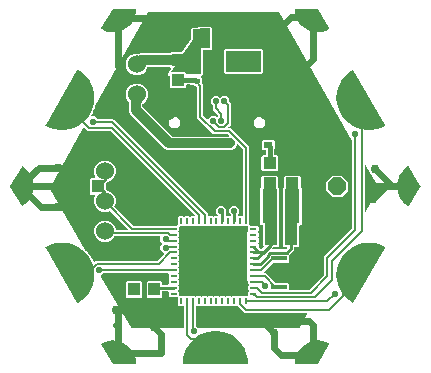
<source format=gbr>
G04 EAGLE Gerber RS-274X export*
G75*
%MOMM*%
%FSLAX34Y34*%
%LPD*%
%INBottom Copper*%
%IPPOS*%
%AMOC8*
5,1,8,0,0,1.08239X$1,22.5*%
G01*
%ADD10R,1.300000X1.500000*%
%ADD11R,1.100000X1.000000*%
%ADD12P,1.649562X8X22.500000*%
%ADD13C,1.524000*%
%ADD14R,1.000000X1.100000*%
%ADD15R,0.550000X0.254000*%
%ADD16R,0.254000X0.550000*%
%ADD17R,5.600000X5.600000*%
%ADD18R,1.399997X0.400000*%
%ADD19R,0.800000X0.500000*%
%ADD20C,1.008000*%
%ADD21R,1.500000X1.300000*%
%ADD22R,0.700000X0.400000*%
%ADD23R,1.750000X2.500000*%
%ADD24C,1.530000*%
%ADD25C,1.000000*%
%ADD26C,0.406400*%
%ADD27C,0.750000*%
%ADD28C,0.609600*%
%ADD29C,0.554800*%
%ADD30C,0.203200*%
%ADD31C,0.254000*%
%ADD32C,0.304800*%
%ADD33C,0.812800*%

G36*
X79685Y63261D02*
X79685Y63261D01*
X79776Y63269D01*
X79806Y63281D01*
X79838Y63286D01*
X79918Y63329D01*
X80002Y63365D01*
X80034Y63391D01*
X80055Y63402D01*
X80077Y63425D01*
X80133Y63470D01*
X92105Y75442D01*
X92158Y75516D01*
X92218Y75585D01*
X92230Y75616D01*
X92249Y75642D01*
X92276Y75729D01*
X92310Y75814D01*
X92314Y75854D01*
X92321Y75877D01*
X92320Y75909D01*
X92328Y75980D01*
X92328Y91425D01*
X115822Y114919D01*
X115875Y114993D01*
X115935Y115063D01*
X115947Y115093D01*
X115966Y115119D01*
X115993Y115206D01*
X116027Y115291D01*
X116031Y115332D01*
X116038Y115354D01*
X116037Y115386D01*
X116045Y115458D01*
X116045Y188916D01*
X116027Y189027D01*
X116012Y189138D01*
X116007Y189150D01*
X116006Y189158D01*
X115993Y189181D01*
X115946Y189292D01*
X53911Y298427D01*
X53867Y298481D01*
X53831Y298541D01*
X53791Y298576D01*
X53757Y298618D01*
X53698Y298656D01*
X53644Y298701D01*
X53595Y298721D01*
X53549Y298750D01*
X53481Y298767D01*
X53416Y298793D01*
X53342Y298802D01*
X53311Y298809D01*
X53288Y298807D01*
X53249Y298812D01*
X-56500Y298812D01*
X-56572Y298800D01*
X-56645Y298798D01*
X-56693Y298780D01*
X-56743Y298772D01*
X-56807Y298738D01*
X-56876Y298712D01*
X-56915Y298681D01*
X-56960Y298657D01*
X-57010Y298604D01*
X-57067Y298558D01*
X-57107Y298502D01*
X-57129Y298479D01*
X-57140Y298457D01*
X-57165Y298421D01*
X-101794Y218426D01*
X-101800Y218408D01*
X-101811Y218392D01*
X-101842Y218292D01*
X-101877Y218195D01*
X-101878Y218175D01*
X-101883Y218157D01*
X-101880Y218053D01*
X-101883Y217949D01*
X-101878Y217934D01*
X-102121Y217313D01*
X-102128Y217281D01*
X-102155Y217204D01*
X-102297Y216580D01*
X-102346Y216528D01*
X-102413Y216469D01*
X-102430Y216439D01*
X-102454Y216414D01*
X-102532Y216265D01*
X-103337Y214213D01*
X-103344Y214179D01*
X-103359Y214148D01*
X-103370Y214060D01*
X-103389Y213973D01*
X-103385Y213938D01*
X-103389Y213904D01*
X-103377Y213825D01*
X-103698Y213268D01*
X-103710Y213237D01*
X-103748Y213165D01*
X-103982Y212569D01*
X-104038Y212525D01*
X-104113Y212477D01*
X-104134Y212450D01*
X-104162Y212428D01*
X-104261Y212293D01*
X-104933Y211129D01*
X-104966Y211040D01*
X-105006Y210953D01*
X-105009Y210925D01*
X-105019Y210899D01*
X-105023Y210804D01*
X-105033Y210709D01*
X-105027Y210681D01*
X-105028Y210653D01*
X-105001Y210562D01*
X-104981Y210469D01*
X-104967Y210444D01*
X-104959Y210417D01*
X-104904Y210339D01*
X-104855Y210257D01*
X-104833Y210239D01*
X-104817Y210216D01*
X-104740Y210159D01*
X-104668Y210098D01*
X-104642Y210087D01*
X-104619Y210070D01*
X-104528Y210041D01*
X-104440Y210006D01*
X-104404Y210002D01*
X-104385Y209995D01*
X-104352Y209996D01*
X-104273Y209987D01*
X-101986Y209987D01*
X-100451Y208452D01*
X-100377Y208399D01*
X-100308Y208340D01*
X-100278Y208327D01*
X-100252Y208309D01*
X-100165Y208282D01*
X-100080Y208248D01*
X-100039Y208243D01*
X-100017Y208236D01*
X-99984Y208237D01*
X-99913Y208229D01*
X-86827Y208229D01*
X-6549Y127951D01*
X-6549Y126148D01*
X-6546Y126129D01*
X-6548Y126109D01*
X-6526Y126008D01*
X-6509Y125906D01*
X-6500Y125888D01*
X-6495Y125869D01*
X-6442Y125779D01*
X-6394Y125688D01*
X-6380Y125675D01*
X-6369Y125658D01*
X-6291Y125590D01*
X-6216Y125519D01*
X-6198Y125511D01*
X-6182Y125498D01*
X-6086Y125459D01*
X-5993Y125415D01*
X-5973Y125413D01*
X-5954Y125406D01*
X-5788Y125387D01*
X-2187Y125387D01*
X-2126Y125326D01*
X-2110Y125314D01*
X-2097Y125299D01*
X-2010Y125243D01*
X-1926Y125183D01*
X-1907Y125177D01*
X-1890Y125166D01*
X-1790Y125141D01*
X-1691Y125110D01*
X-1671Y125111D01*
X-1652Y125106D01*
X-1549Y125114D01*
X-1445Y125117D01*
X-1426Y125123D01*
X-1407Y125125D01*
X-1311Y125165D01*
X-1214Y125201D01*
X-1198Y125213D01*
X-1180Y125221D01*
X-1049Y125326D01*
X-988Y125387D01*
X1633Y125387D01*
X1704Y125399D01*
X1776Y125401D01*
X1825Y125419D01*
X1876Y125427D01*
X1939Y125460D01*
X2007Y125485D01*
X2047Y125518D01*
X2093Y125542D01*
X2143Y125594D01*
X2199Y125639D01*
X2227Y125683D01*
X2263Y125720D01*
X2293Y125785D01*
X2332Y125846D01*
X2344Y125896D01*
X2366Y125943D01*
X2374Y126015D01*
X2392Y126084D01*
X2388Y126136D01*
X2393Y126188D01*
X2378Y126258D01*
X2373Y126329D01*
X2352Y126377D01*
X2341Y126428D01*
X2304Y126490D01*
X2276Y126556D01*
X2231Y126612D01*
X2215Y126639D01*
X2197Y126655D01*
X2171Y126687D01*
X464Y128394D01*
X464Y131956D01*
X2982Y134474D01*
X6543Y134474D01*
X9061Y131956D01*
X9061Y128394D01*
X8932Y128265D01*
X8879Y128191D01*
X8820Y128122D01*
X8807Y128092D01*
X8789Y128066D01*
X8762Y127979D01*
X8728Y127894D01*
X8723Y127853D01*
X8716Y127831D01*
X8717Y127798D01*
X8709Y127727D01*
X8709Y126148D01*
X8712Y126129D01*
X8710Y126109D01*
X8732Y126008D01*
X8749Y125906D01*
X8758Y125888D01*
X8763Y125869D01*
X8816Y125779D01*
X8864Y125688D01*
X8878Y125675D01*
X8889Y125658D01*
X8967Y125590D01*
X9042Y125519D01*
X9060Y125511D01*
X9076Y125498D01*
X9172Y125459D01*
X9265Y125415D01*
X9285Y125413D01*
X9304Y125406D01*
X9470Y125387D01*
X12361Y125387D01*
X12380Y125390D01*
X12400Y125388D01*
X12501Y125410D01*
X12603Y125427D01*
X12621Y125436D01*
X12640Y125441D01*
X12729Y125494D01*
X12821Y125542D01*
X12834Y125556D01*
X12851Y125567D01*
X12919Y125645D01*
X12990Y125720D01*
X12998Y125738D01*
X13011Y125754D01*
X13050Y125850D01*
X13094Y125943D01*
X13096Y125963D01*
X13103Y125982D01*
X13122Y126148D01*
X13122Y126534D01*
X13107Y126624D01*
X13100Y126715D01*
X13087Y126744D01*
X13082Y126776D01*
X13039Y126857D01*
X13004Y126941D01*
X12978Y126973D01*
X12967Y126994D01*
X12944Y127016D01*
X12899Y127072D01*
X11576Y128394D01*
X11576Y131956D01*
X14094Y134474D01*
X17656Y134474D01*
X20174Y131956D01*
X20174Y128394D01*
X18934Y127155D01*
X18881Y127081D01*
X18822Y127011D01*
X18810Y126981D01*
X18791Y126955D01*
X18764Y126868D01*
X18730Y126783D01*
X18725Y126742D01*
X18718Y126720D01*
X18719Y126688D01*
X18711Y126617D01*
X18711Y126148D01*
X18714Y126129D01*
X18712Y126109D01*
X18734Y126008D01*
X18751Y125906D01*
X18760Y125888D01*
X18765Y125869D01*
X18818Y125779D01*
X18866Y125688D01*
X18880Y125675D01*
X18891Y125658D01*
X18969Y125590D01*
X19044Y125519D01*
X19062Y125511D01*
X19078Y125498D01*
X19174Y125459D01*
X19267Y125415D01*
X19287Y125413D01*
X19306Y125406D01*
X19472Y125387D01*
X22618Y125387D01*
X22637Y125390D01*
X22657Y125388D01*
X22758Y125410D01*
X22860Y125427D01*
X22878Y125436D01*
X22897Y125441D01*
X22986Y125494D01*
X23078Y125542D01*
X23091Y125556D01*
X23108Y125567D01*
X23176Y125645D01*
X23247Y125720D01*
X23255Y125738D01*
X23268Y125754D01*
X23307Y125850D01*
X23351Y125943D01*
X23353Y125963D01*
X23360Y125982D01*
X23379Y126148D01*
X23379Y182077D01*
X23364Y182167D01*
X23357Y182258D01*
X23344Y182288D01*
X23339Y182320D01*
X23296Y182401D01*
X23261Y182485D01*
X23235Y182517D01*
X23224Y182537D01*
X23201Y182560D01*
X23156Y182616D01*
X19466Y186305D01*
X19429Y186332D01*
X19398Y186366D01*
X19329Y186403D01*
X19266Y186449D01*
X19223Y186462D01*
X19182Y186484D01*
X19106Y186498D01*
X19031Y186521D01*
X18985Y186520D01*
X18940Y186528D01*
X18863Y186517D01*
X18785Y186515D01*
X18742Y186499D01*
X18697Y186492D01*
X18628Y186457D01*
X18554Y186430D01*
X18519Y186402D01*
X18478Y186381D01*
X18423Y186325D01*
X18362Y186277D01*
X18338Y186238D01*
X18305Y186205D01*
X18239Y186085D01*
X18229Y186070D01*
X18228Y186065D01*
X18225Y186058D01*
X18033Y185595D01*
X18018Y185531D01*
X17993Y185471D01*
X17984Y185388D01*
X17977Y185356D01*
X17978Y185336D01*
X17975Y185304D01*
X17975Y185140D01*
X17859Y185024D01*
X17821Y184971D01*
X17775Y184924D01*
X17735Y184851D01*
X17715Y184825D01*
X17710Y184806D01*
X17694Y184777D01*
X17438Y184159D01*
X15866Y182587D01*
X15248Y182331D01*
X15192Y182296D01*
X15132Y182271D01*
X15067Y182219D01*
X15039Y182201D01*
X15026Y182186D01*
X15001Y182166D01*
X14885Y182050D01*
X14721Y182050D01*
X14657Y182040D01*
X14591Y182039D01*
X14511Y182016D01*
X14478Y182011D01*
X14461Y182001D01*
X14430Y181992D01*
X13812Y181736D01*
X-40312Y181736D01*
X-42366Y182587D01*
X-72111Y212332D01*
X-72962Y214386D01*
X-72962Y221597D01*
X-72977Y221687D01*
X-72984Y221778D01*
X-72997Y221808D01*
X-73002Y221840D01*
X-73045Y221920D01*
X-73080Y222004D01*
X-73106Y222036D01*
X-73117Y222057D01*
X-73140Y222079D01*
X-73185Y222135D01*
X-74453Y223403D01*
X-75850Y226775D01*
X-75850Y230425D01*
X-74453Y233797D01*
X-71872Y236378D01*
X-68500Y237775D01*
X-64850Y237775D01*
X-61478Y236378D01*
X-58897Y233797D01*
X-57500Y230425D01*
X-57500Y226775D01*
X-58897Y223403D01*
X-61562Y220738D01*
X-61615Y220664D01*
X-61674Y220595D01*
X-61687Y220565D01*
X-61705Y220538D01*
X-61732Y220451D01*
X-61766Y220367D01*
X-61771Y220326D01*
X-61778Y220303D01*
X-61777Y220271D01*
X-61785Y220200D01*
X-61785Y218128D01*
X-61770Y218038D01*
X-61763Y217947D01*
X-61750Y217917D01*
X-61745Y217885D01*
X-61702Y217805D01*
X-61667Y217721D01*
X-61641Y217689D01*
X-61630Y217668D01*
X-61607Y217646D01*
X-61562Y217590D01*
X-37109Y193137D01*
X-37035Y193084D01*
X-36965Y193024D01*
X-36935Y193012D01*
X-36909Y192993D01*
X-36822Y192966D01*
X-36737Y192932D01*
X-36696Y192928D01*
X-36674Y192921D01*
X-36642Y192922D01*
X-36570Y192914D01*
X11020Y192914D01*
X11091Y192925D01*
X11162Y192927D01*
X11211Y192945D01*
X11263Y192953D01*
X11326Y192987D01*
X11393Y193012D01*
X11434Y193044D01*
X11480Y193069D01*
X11529Y193121D01*
X11585Y193165D01*
X11613Y193209D01*
X11649Y193247D01*
X11680Y193312D01*
X11718Y193372D01*
X11731Y193423D01*
X11753Y193470D01*
X11761Y193541D01*
X11778Y193611D01*
X11774Y193663D01*
X11780Y193714D01*
X11765Y193785D01*
X11759Y193856D01*
X11739Y193904D01*
X11728Y193955D01*
X11691Y194016D01*
X11663Y194082D01*
X11618Y194138D01*
X11602Y194166D01*
X11584Y194181D01*
X11558Y194213D01*
X11030Y194741D01*
X10956Y194795D01*
X10887Y194854D01*
X10857Y194866D01*
X10830Y194885D01*
X10743Y194912D01*
X10658Y194946D01*
X10618Y194950D01*
X10595Y194957D01*
X10563Y194956D01*
X10492Y194964D01*
X-1646Y194964D01*
X-15418Y208736D01*
X-15418Y234660D01*
X-15433Y234750D01*
X-15440Y234841D01*
X-15453Y234871D01*
X-15458Y234903D01*
X-15501Y234983D01*
X-15536Y235067D01*
X-15562Y235099D01*
X-15573Y235120D01*
X-15596Y235142D01*
X-15641Y235198D01*
X-16401Y235958D01*
X-16475Y236011D01*
X-16544Y236070D01*
X-16575Y236083D01*
X-16601Y236101D01*
X-16688Y236128D01*
X-16773Y236162D01*
X-16813Y236167D01*
X-16836Y236174D01*
X-16868Y236173D01*
X-16939Y236181D01*
X-18208Y236181D01*
X-18241Y236194D01*
X-18282Y236199D01*
X-18305Y236206D01*
X-18337Y236205D01*
X-18408Y236213D01*
X-20719Y236213D01*
X-21464Y236958D01*
X-21538Y237011D01*
X-21607Y237070D01*
X-21638Y237082D01*
X-21664Y237101D01*
X-21751Y237128D01*
X-21836Y237162D01*
X-21877Y237167D01*
X-21899Y237174D01*
X-21931Y237173D01*
X-22002Y237181D01*
X-23964Y237181D01*
X-23984Y237178D01*
X-24003Y237180D01*
X-24105Y237158D01*
X-24207Y237141D01*
X-24224Y237132D01*
X-24244Y237127D01*
X-24333Y237074D01*
X-24424Y237026D01*
X-24438Y237012D01*
X-24455Y237001D01*
X-24522Y236923D01*
X-24594Y236848D01*
X-24602Y236830D01*
X-24615Y236814D01*
X-24654Y236718D01*
X-24697Y236625D01*
X-24699Y236605D01*
X-24707Y236586D01*
X-24725Y236420D01*
X-24725Y235106D01*
X-25618Y234213D01*
X-37882Y234213D01*
X-38775Y235106D01*
X-38775Y238620D01*
X-38789Y238710D01*
X-38797Y238801D01*
X-38797Y242680D01*
X-38793Y242689D01*
X-38789Y242730D01*
X-38782Y242752D01*
X-38783Y242784D01*
X-38775Y242855D01*
X-38775Y243727D01*
X-38789Y243817D01*
X-38797Y243908D01*
X-38809Y243938D01*
X-38814Y243970D01*
X-38857Y244050D01*
X-38893Y244134D01*
X-38919Y244166D01*
X-38930Y244187D01*
X-38953Y244209D01*
X-38998Y244265D01*
X-39261Y244528D01*
X-39280Y244542D01*
X-39377Y244623D01*
X-39816Y244916D01*
X-39817Y244929D01*
X-39859Y245027D01*
X-39897Y245127D01*
X-39907Y245140D01*
X-39914Y245155D01*
X-40006Y245270D01*
X-40006Y245798D01*
X-40010Y245822D01*
X-40021Y245948D01*
X-40124Y246466D01*
X-40116Y246475D01*
X-40076Y246575D01*
X-40032Y246672D01*
X-40030Y246688D01*
X-40024Y246703D01*
X-40008Y246850D01*
X-39634Y247223D01*
X-39620Y247243D01*
X-39539Y247339D01*
X-37673Y250139D01*
X-37645Y250201D01*
X-37608Y250258D01*
X-37594Y250312D01*
X-37571Y250363D01*
X-37564Y250431D01*
X-37548Y250497D01*
X-37552Y250552D01*
X-37546Y250607D01*
X-37562Y250674D01*
X-37567Y250742D01*
X-37589Y250793D01*
X-37601Y250847D01*
X-37637Y250906D01*
X-37663Y250968D01*
X-37712Y251029D01*
X-37729Y251057D01*
X-37745Y251071D01*
X-37768Y251099D01*
X-38595Y251926D01*
X-38669Y251979D01*
X-38738Y252038D01*
X-38768Y252051D01*
X-38794Y252069D01*
X-38881Y252096D01*
X-38966Y252130D01*
X-39007Y252135D01*
X-39029Y252142D01*
X-39062Y252141D01*
X-39133Y252149D01*
X-57003Y252149D01*
X-57117Y252130D01*
X-57233Y252113D01*
X-57239Y252110D01*
X-57245Y252109D01*
X-57348Y252055D01*
X-57453Y252001D01*
X-57457Y251997D01*
X-57463Y251994D01*
X-57542Y251910D01*
X-57625Y251826D01*
X-57629Y251819D01*
X-57632Y251816D01*
X-57640Y251799D01*
X-57706Y251679D01*
X-58897Y248803D01*
X-61478Y246222D01*
X-64850Y244825D01*
X-68500Y244825D01*
X-71872Y246222D01*
X-74453Y248803D01*
X-75850Y252175D01*
X-75850Y255825D01*
X-74453Y259197D01*
X-71872Y261778D01*
X-68500Y263175D01*
X-64805Y263175D01*
X-64748Y263156D01*
X-64716Y263156D01*
X-64684Y263149D01*
X-64594Y263158D01*
X-64502Y263159D01*
X-64463Y263170D01*
X-64440Y263172D01*
X-64410Y263185D01*
X-64341Y263205D01*
X-64049Y263326D01*
X-39133Y263326D01*
X-39043Y263341D01*
X-38952Y263348D01*
X-38922Y263361D01*
X-38890Y263366D01*
X-38809Y263409D01*
X-38726Y263444D01*
X-38693Y263470D01*
X-38673Y263481D01*
X-38651Y263504D01*
X-38595Y263549D01*
X-37882Y264262D01*
X-28665Y264262D01*
X-28622Y264269D01*
X-28579Y264267D01*
X-28501Y264289D01*
X-28422Y264302D01*
X-28384Y264322D01*
X-28342Y264334D01*
X-28276Y264379D01*
X-28205Y264417D01*
X-28175Y264448D01*
X-28139Y264473D01*
X-28044Y264587D01*
X-28035Y264595D01*
X-28034Y264598D01*
X-28031Y264601D01*
X-20828Y275407D01*
X-20821Y275422D01*
X-20810Y275434D01*
X-20770Y275534D01*
X-20726Y275631D01*
X-20724Y275647D01*
X-20718Y275662D01*
X-20700Y275829D01*
X-20700Y284357D01*
X-19807Y285250D01*
X-14673Y285250D01*
X-14630Y285257D01*
X-14587Y285255D01*
X-14510Y285276D01*
X-14430Y285289D01*
X-14392Y285310D01*
X-14350Y285321D01*
X-14284Y285367D01*
X-14213Y285405D01*
X-14183Y285436D01*
X-14147Y285460D01*
X-14052Y285574D01*
X-14043Y285583D01*
X-14042Y285586D01*
X-14040Y285589D01*
X-13846Y285879D01*
X-13834Y285880D01*
X-13735Y285922D01*
X-13635Y285959D01*
X-13623Y285970D01*
X-13607Y285976D01*
X-13493Y286068D01*
X-12964Y286068D01*
X-12941Y286072D01*
X-12815Y286083D01*
X-12297Y286187D01*
X-12287Y286179D01*
X-12188Y286139D01*
X-12091Y286095D01*
X-12075Y286093D01*
X-12059Y286087D01*
X-11893Y286068D01*
X-3973Y286068D01*
X-2857Y284952D01*
X-2857Y267498D01*
X-3973Y266382D01*
X-10033Y266382D01*
X-10053Y266379D01*
X-10072Y266381D01*
X-10174Y266359D01*
X-10276Y266342D01*
X-10293Y266333D01*
X-10313Y266328D01*
X-10402Y266275D01*
X-10493Y266227D01*
X-10507Y266213D01*
X-10524Y266202D01*
X-10591Y266124D01*
X-10663Y266049D01*
X-10671Y266031D01*
X-10684Y266015D01*
X-10723Y265919D01*
X-10766Y265826D01*
X-10768Y265806D01*
X-10776Y265787D01*
X-10794Y265621D01*
X-10794Y245273D01*
X-12092Y243975D01*
X-12104Y243959D01*
X-12119Y243946D01*
X-12176Y243859D01*
X-12236Y243775D01*
X-12242Y243756D01*
X-12252Y243740D01*
X-12278Y243639D01*
X-12308Y243540D01*
X-12308Y243520D01*
X-12313Y243501D01*
X-12304Y243398D01*
X-12302Y243294D01*
X-12295Y243276D01*
X-12293Y243256D01*
X-12253Y243161D01*
X-12217Y243063D01*
X-12205Y243048D01*
X-12197Y243029D01*
X-12092Y242899D01*
X-11563Y242369D01*
X-11563Y238621D01*
X-11548Y238531D01*
X-11541Y238440D01*
X-11528Y238410D01*
X-11523Y238378D01*
X-11480Y238298D01*
X-11445Y238214D01*
X-11419Y238182D01*
X-11408Y238161D01*
X-11385Y238139D01*
X-11340Y238083D01*
X-10337Y237080D01*
X-10337Y211157D01*
X-10322Y211066D01*
X-10315Y210976D01*
X-10302Y210946D01*
X-10297Y210914D01*
X-10254Y210833D01*
X-10219Y210749D01*
X-10193Y210717D01*
X-10182Y210696D01*
X-10159Y210674D01*
X-10114Y210618D01*
X-7487Y207992D01*
X-7471Y207980D01*
X-7459Y207965D01*
X-7371Y207909D01*
X-7288Y207848D01*
X-7269Y207843D01*
X-7252Y207832D01*
X-7151Y207806D01*
X-7053Y207776D01*
X-7033Y207777D01*
X-7013Y207772D01*
X-6910Y207780D01*
X-6807Y207782D01*
X-6788Y207789D01*
X-6768Y207791D01*
X-6673Y207831D01*
X-6576Y207867D01*
X-6560Y207879D01*
X-6542Y207887D01*
X-6411Y207992D01*
X-3729Y210674D01*
X-168Y210674D01*
X1049Y209457D01*
X1065Y209445D01*
X1078Y209429D01*
X1165Y209373D01*
X1249Y209313D01*
X1268Y209307D01*
X1285Y209296D01*
X1385Y209271D01*
X1484Y209241D01*
X1504Y209241D01*
X1523Y209236D01*
X1626Y209244D01*
X1730Y209247D01*
X1749Y209254D01*
X1769Y209255D01*
X1864Y209296D01*
X1961Y209332D01*
X1977Y209344D01*
X1995Y209352D01*
X2126Y209457D01*
X2360Y209691D01*
X2413Y209765D01*
X2472Y209834D01*
X2485Y209864D01*
X2503Y209890D01*
X2530Y209977D01*
X2564Y210062D01*
X2569Y210103D01*
X2576Y210126D01*
X2575Y210158D01*
X2583Y210229D01*
X2583Y210910D01*
X2568Y211000D01*
X2561Y211091D01*
X2548Y211120D01*
X2543Y211152D01*
X2500Y211233D01*
X2465Y211317D01*
X2439Y211349D01*
X2428Y211370D01*
X2405Y211392D01*
X2360Y211448D01*
X-278Y214086D01*
X-1989Y215797D01*
X-1989Y218898D01*
X-2004Y218988D01*
X-2011Y219079D01*
X-2024Y219108D01*
X-2029Y219140D01*
X-2072Y219221D01*
X-2107Y219305D01*
X-2133Y219337D01*
X-2144Y219358D01*
X-2167Y219380D01*
X-2212Y219436D01*
X-3747Y220971D01*
X-3747Y224532D01*
X-1229Y227050D01*
X2332Y227050D01*
X3549Y225833D01*
X3565Y225821D01*
X3578Y225806D01*
X3665Y225750D01*
X3749Y225690D01*
X3768Y225684D01*
X3785Y225673D01*
X3885Y225648D01*
X3984Y225617D01*
X4004Y225618D01*
X4023Y225613D01*
X4126Y225621D01*
X4230Y225624D01*
X4249Y225630D01*
X4268Y225632D01*
X4363Y225672D01*
X4461Y225708D01*
X4477Y225721D01*
X4495Y225728D01*
X4626Y225833D01*
X5843Y227050D01*
X9404Y227050D01*
X11922Y224532D01*
X11922Y222361D01*
X11937Y222271D01*
X11944Y222180D01*
X11957Y222150D01*
X11962Y222118D01*
X12005Y222038D01*
X12040Y221954D01*
X12066Y221922D01*
X12077Y221901D01*
X12100Y221879D01*
X12145Y221823D01*
X12978Y220990D01*
X12978Y203121D01*
X11267Y201410D01*
X11202Y201345D01*
X11160Y201287D01*
X11111Y201235D01*
X11089Y201188D01*
X11059Y201146D01*
X11038Y201077D01*
X11007Y201012D01*
X11002Y200960D01*
X10986Y200911D01*
X10988Y200839D01*
X10980Y200768D01*
X10991Y200717D01*
X10993Y200665D01*
X11017Y200597D01*
X11032Y200527D01*
X11059Y200482D01*
X11077Y200434D01*
X11122Y200378D01*
X11159Y200316D01*
X11198Y200282D01*
X11231Y200242D01*
X11291Y200203D01*
X11346Y200156D01*
X11394Y200137D01*
X11438Y200109D01*
X11507Y200091D01*
X11574Y200064D01*
X11645Y200056D01*
X11676Y200048D01*
X11699Y200050D01*
X11740Y200046D01*
X12912Y200046D01*
X28460Y184497D01*
X28460Y125063D01*
X28475Y124973D01*
X28482Y124882D01*
X28495Y124853D01*
X28500Y124821D01*
X28543Y124740D01*
X28578Y124656D01*
X28604Y124624D01*
X28615Y124603D01*
X28638Y124581D01*
X28683Y124525D01*
X28714Y124494D01*
X28714Y118375D01*
X28717Y118356D01*
X28715Y118336D01*
X28737Y118235D01*
X28754Y118133D01*
X28763Y118115D01*
X28768Y118096D01*
X28821Y118007D01*
X28869Y117915D01*
X28883Y117902D01*
X28894Y117885D01*
X28972Y117817D01*
X29047Y117746D01*
X29065Y117738D01*
X29081Y117725D01*
X29177Y117686D01*
X29270Y117642D01*
X29290Y117640D01*
X29309Y117633D01*
X29475Y117614D01*
X35594Y117614D01*
X36487Y116721D01*
X36487Y112918D01*
X36427Y112857D01*
X36415Y112841D01*
X36399Y112829D01*
X36343Y112742D01*
X36283Y112658D01*
X36277Y112639D01*
X36266Y112622D01*
X36241Y112521D01*
X36211Y112423D01*
X36211Y112403D01*
X36206Y112383D01*
X36214Y112280D01*
X36217Y112177D01*
X36224Y112158D01*
X36225Y112138D01*
X36266Y112043D01*
X36301Y111946D01*
X36314Y111930D01*
X36322Y111912D01*
X36427Y111781D01*
X36487Y111720D01*
X36487Y107917D01*
X36426Y107856D01*
X36414Y107840D01*
X36399Y107827D01*
X36343Y107740D01*
X36283Y107656D01*
X36277Y107637D01*
X36266Y107620D01*
X36241Y107520D01*
X36210Y107421D01*
X36211Y107401D01*
X36206Y107382D01*
X36214Y107279D01*
X36217Y107175D01*
X36223Y107156D01*
X36225Y107137D01*
X36265Y107041D01*
X36301Y106944D01*
X36313Y106928D01*
X36321Y106910D01*
X36426Y106779D01*
X36487Y106718D01*
X36487Y102915D01*
X36427Y102854D01*
X36415Y102838D01*
X36399Y102826D01*
X36343Y102739D01*
X36283Y102655D01*
X36277Y102636D01*
X36266Y102619D01*
X36241Y102518D01*
X36211Y102420D01*
X36211Y102400D01*
X36206Y102380D01*
X36214Y102277D01*
X36217Y102174D01*
X36224Y102155D01*
X36225Y102135D01*
X36266Y102040D01*
X36301Y101943D01*
X36314Y101927D01*
X36322Y101909D01*
X36427Y101778D01*
X36487Y101717D01*
X36487Y99808D01*
X36502Y99718D01*
X36509Y99627D01*
X36522Y99598D01*
X36527Y99566D01*
X36570Y99485D01*
X36605Y99401D01*
X36631Y99369D01*
X36642Y99348D01*
X36665Y99326D01*
X36710Y99270D01*
X38148Y97832D01*
X38222Y97779D01*
X38292Y97720D01*
X38322Y97707D01*
X38348Y97689D01*
X38435Y97662D01*
X38520Y97628D01*
X38561Y97623D01*
X38583Y97616D01*
X38615Y97617D01*
X38686Y97609D01*
X38830Y97609D01*
X38921Y97624D01*
X39011Y97631D01*
X39041Y97644D01*
X39073Y97649D01*
X39154Y97692D01*
X39238Y97727D01*
X39270Y97753D01*
X39291Y97764D01*
X39313Y97787D01*
X39369Y97832D01*
X40614Y99078D01*
X40626Y99094D01*
X40642Y99106D01*
X40698Y99194D01*
X40758Y99278D01*
X40764Y99297D01*
X40775Y99313D01*
X40800Y99414D01*
X40830Y99513D01*
X40830Y99533D01*
X40835Y99552D01*
X40827Y99655D01*
X40824Y99759D01*
X40817Y99777D01*
X40815Y99797D01*
X40775Y99892D01*
X40739Y99990D01*
X40727Y100005D01*
X40719Y100023D01*
X40614Y100154D01*
X40038Y100731D01*
X40038Y117214D01*
X40035Y117234D01*
X40037Y117253D01*
X40015Y117355D01*
X39998Y117457D01*
X39989Y117474D01*
X39984Y117494D01*
X39931Y117583D01*
X39883Y117674D01*
X39869Y117688D01*
X39858Y117705D01*
X39780Y117772D01*
X39705Y117844D01*
X39687Y117852D01*
X39671Y117865D01*
X39575Y117904D01*
X39482Y117947D01*
X39462Y117949D01*
X39443Y117957D01*
X39277Y117975D01*
X38931Y117975D01*
X38038Y118868D01*
X38038Y149419D01*
X38790Y150171D01*
X38843Y150245D01*
X38902Y150315D01*
X38915Y150345D01*
X38933Y150371D01*
X38960Y150458D01*
X38994Y150543D01*
X38999Y150584D01*
X39006Y150606D01*
X39005Y150638D01*
X39013Y150709D01*
X39013Y159057D01*
X39906Y159950D01*
X52169Y159950D01*
X53062Y159057D01*
X53062Y150759D01*
X53077Y150669D01*
X53084Y150578D01*
X53097Y150549D01*
X53102Y150517D01*
X53145Y150436D01*
X53180Y150352D01*
X53206Y150320D01*
X53217Y150299D01*
X53240Y150277D01*
X53285Y150221D01*
X54087Y149419D01*
X54087Y100731D01*
X53194Y99838D01*
X49594Y99838D01*
X49504Y99823D01*
X49413Y99816D01*
X49383Y99803D01*
X49352Y99798D01*
X49271Y99755D01*
X49187Y99720D01*
X49155Y99694D01*
X49134Y99683D01*
X49112Y99660D01*
X49056Y99615D01*
X48117Y98676D01*
X48075Y98617D01*
X48026Y98565D01*
X48004Y98518D01*
X47973Y98476D01*
X47952Y98407D01*
X47922Y98342D01*
X47916Y98291D01*
X47901Y98241D01*
X47903Y98169D01*
X47895Y98098D01*
X47906Y98047D01*
X47907Y97995D01*
X47932Y97928D01*
X47947Y97858D01*
X47974Y97813D01*
X47992Y97764D01*
X48037Y97708D01*
X48073Y97646D01*
X48113Y97613D01*
X48146Y97572D01*
X48206Y97533D01*
X48260Y97487D01*
X48309Y97467D01*
X48352Y97439D01*
X48422Y97421D01*
X48488Y97395D01*
X48560Y97387D01*
X48591Y97379D01*
X48614Y97381D01*
X48655Y97376D01*
X58852Y97376D01*
X58942Y97391D01*
X59033Y97398D01*
X59063Y97411D01*
X59095Y97416D01*
X59176Y97459D01*
X59259Y97494D01*
X59292Y97520D01*
X59312Y97531D01*
X59334Y97554D01*
X59390Y97599D01*
X60329Y98538D01*
X60371Y98596D01*
X60421Y98648D01*
X60443Y98696D01*
X60473Y98738D01*
X60494Y98806D01*
X60524Y98872D01*
X60530Y98923D01*
X60545Y98973D01*
X60543Y99045D01*
X60551Y99116D01*
X60540Y99167D01*
X60539Y99219D01*
X60514Y99286D01*
X60499Y99356D01*
X60472Y99401D01*
X60455Y99450D01*
X60410Y99506D01*
X60373Y99567D01*
X60333Y99601D01*
X60301Y99642D01*
X60241Y99681D01*
X60186Y99727D01*
X60138Y99747D01*
X60094Y99775D01*
X60024Y99792D01*
X59958Y99819D01*
X59887Y99827D01*
X59855Y99835D01*
X59832Y99833D01*
X59791Y99838D01*
X57931Y99838D01*
X57038Y100731D01*
X57038Y149419D01*
X57840Y150221D01*
X57893Y150295D01*
X57952Y150364D01*
X57964Y150395D01*
X57983Y150421D01*
X58010Y150508D01*
X58044Y150593D01*
X58049Y150634D01*
X58056Y150656D01*
X58055Y150688D01*
X58063Y150759D01*
X58063Y159057D01*
X58956Y159950D01*
X71219Y159950D01*
X72112Y159057D01*
X72112Y150709D01*
X72127Y150619D01*
X72134Y150528D01*
X72147Y150499D01*
X72152Y150467D01*
X72195Y150386D01*
X72230Y150302D01*
X72256Y150270D01*
X72267Y150249D01*
X72290Y150227D01*
X72335Y150171D01*
X73087Y149419D01*
X73087Y118868D01*
X72194Y117975D01*
X71848Y117975D01*
X71829Y117972D01*
X71809Y117974D01*
X71708Y117952D01*
X71606Y117936D01*
X71588Y117926D01*
X71569Y117922D01*
X71480Y117869D01*
X71388Y117820D01*
X71375Y117806D01*
X71358Y117796D01*
X71290Y117717D01*
X71219Y117642D01*
X71211Y117624D01*
X71198Y117609D01*
X71159Y117513D01*
X71115Y117419D01*
X71113Y117399D01*
X71106Y117381D01*
X71087Y117214D01*
X71087Y100731D01*
X70194Y99838D01*
X67618Y99838D01*
X67599Y99835D01*
X67579Y99837D01*
X67478Y99815D01*
X67376Y99798D01*
X67358Y99789D01*
X67339Y99784D01*
X67250Y99731D01*
X67158Y99683D01*
X67145Y99669D01*
X67128Y99658D01*
X67060Y99580D01*
X66989Y99505D01*
X66981Y99487D01*
X66968Y99471D01*
X66929Y99375D01*
X66885Y99282D01*
X66883Y99262D01*
X66876Y99243D01*
X66857Y99077D01*
X66857Y97161D01*
X64997Y95301D01*
X63343Y93647D01*
X62723Y93027D01*
X62670Y92953D01*
X62610Y92883D01*
X62598Y92853D01*
X62579Y92827D01*
X62552Y92740D01*
X62518Y92655D01*
X62514Y92614D01*
X62507Y92592D01*
X62508Y92560D01*
X62500Y92488D01*
X62500Y87156D01*
X61607Y86263D01*
X48896Y86263D01*
X48806Y86248D01*
X48715Y86241D01*
X48685Y86228D01*
X48653Y86223D01*
X48573Y86180D01*
X48489Y86145D01*
X48457Y86119D01*
X48436Y86108D01*
X48414Y86085D01*
X48358Y86040D01*
X40968Y78650D01*
X40926Y78592D01*
X40877Y78540D01*
X40855Y78492D01*
X40824Y78450D01*
X40803Y78382D01*
X40773Y78316D01*
X40767Y78265D01*
X40752Y78215D01*
X40754Y78143D01*
X40746Y78072D01*
X40757Y78021D01*
X40758Y77969D01*
X40783Y77902D01*
X40798Y77832D01*
X40825Y77787D01*
X40843Y77738D01*
X40888Y77682D01*
X40924Y77621D01*
X40964Y77587D01*
X40997Y77546D01*
X41057Y77507D01*
X41111Y77461D01*
X41160Y77441D01*
X41203Y77413D01*
X41273Y77396D01*
X41339Y77369D01*
X41411Y77361D01*
X41442Y77353D01*
X41465Y77355D01*
X41506Y77350D01*
X42733Y77350D01*
X50548Y69535D01*
X50622Y69482D01*
X50691Y69423D01*
X50722Y69411D01*
X50748Y69392D01*
X50835Y69365D01*
X50920Y69331D01*
X50961Y69326D01*
X50983Y69319D01*
X51015Y69320D01*
X51086Y69312D01*
X61607Y69312D01*
X62500Y68419D01*
X62500Y64008D01*
X62503Y63988D01*
X62501Y63969D01*
X62523Y63867D01*
X62539Y63765D01*
X62549Y63748D01*
X62553Y63728D01*
X62606Y63639D01*
X62655Y63548D01*
X62669Y63534D01*
X62679Y63517D01*
X62758Y63450D01*
X62833Y63378D01*
X62851Y63370D01*
X62866Y63357D01*
X62962Y63318D01*
X63056Y63275D01*
X63076Y63273D01*
X63094Y63265D01*
X63261Y63247D01*
X79595Y63247D01*
X79685Y63261D01*
G37*
G36*
X-102580Y87076D02*
X-102580Y87076D01*
X-102504Y87073D01*
X-102458Y87086D01*
X-102410Y87089D01*
X-102340Y87119D01*
X-102268Y87140D01*
X-102228Y87167D01*
X-102184Y87186D01*
X-102083Y87266D01*
X-102065Y87279D01*
X-102061Y87284D01*
X-102053Y87291D01*
X-101513Y87830D01*
X-49545Y87830D01*
X-49454Y87845D01*
X-49364Y87852D01*
X-49334Y87865D01*
X-49302Y87870D01*
X-49221Y87913D01*
X-49137Y87948D01*
X-49105Y87974D01*
X-49084Y87985D01*
X-49062Y88008D01*
X-49006Y88053D01*
X-43818Y93241D01*
X-43807Y93257D01*
X-43791Y93270D01*
X-43735Y93357D01*
X-43675Y93441D01*
X-43669Y93460D01*
X-43658Y93477D01*
X-43633Y93577D01*
X-43603Y93676D01*
X-43603Y93696D01*
X-43598Y93715D01*
X-43606Y93818D01*
X-43609Y93922D01*
X-43616Y93940D01*
X-43617Y93960D01*
X-43658Y94055D01*
X-43693Y94153D01*
X-43706Y94168D01*
X-43714Y94187D01*
X-43818Y94318D01*
X-46500Y96999D01*
X-46500Y100561D01*
X-45283Y101778D01*
X-45271Y101794D01*
X-45256Y101806D01*
X-45200Y101894D01*
X-45140Y101977D01*
X-45134Y101996D01*
X-45123Y102013D01*
X-45098Y102114D01*
X-45067Y102213D01*
X-45068Y102232D01*
X-45063Y102252D01*
X-45071Y102355D01*
X-45074Y102458D01*
X-45080Y102477D01*
X-45082Y102497D01*
X-45122Y102592D01*
X-45158Y102689D01*
X-45171Y102705D01*
X-45178Y102723D01*
X-45283Y102854D01*
X-46500Y104071D01*
X-46500Y107864D01*
X-46503Y107884D01*
X-46501Y107903D01*
X-46523Y108005D01*
X-46540Y108107D01*
X-46549Y108124D01*
X-46554Y108144D01*
X-46607Y108233D01*
X-46655Y108324D01*
X-46669Y108338D01*
X-46680Y108355D01*
X-46758Y108422D01*
X-46833Y108494D01*
X-46851Y108502D01*
X-46867Y108515D01*
X-46963Y108554D01*
X-47056Y108597D01*
X-47076Y108599D01*
X-47095Y108607D01*
X-47261Y108625D01*
X-84949Y108625D01*
X-85063Y108607D01*
X-85180Y108589D01*
X-85185Y108587D01*
X-85191Y108586D01*
X-85294Y108531D01*
X-85399Y108478D01*
X-85403Y108473D01*
X-85409Y108470D01*
X-85489Y108386D01*
X-85571Y108302D01*
X-85575Y108296D01*
X-85578Y108292D01*
X-85586Y108275D01*
X-85652Y108155D01*
X-85910Y107532D01*
X-88482Y104960D01*
X-91844Y103568D01*
X-95481Y103568D01*
X-98843Y104960D01*
X-101415Y107532D01*
X-102807Y110894D01*
X-102807Y114531D01*
X-101415Y117893D01*
X-98843Y120465D01*
X-95481Y121857D01*
X-91844Y121857D01*
X-88482Y120465D01*
X-85910Y117893D01*
X-84518Y114531D01*
X-84518Y114468D01*
X-84515Y114448D01*
X-84517Y114429D01*
X-84495Y114327D01*
X-84478Y114225D01*
X-84469Y114208D01*
X-84464Y114188D01*
X-84411Y114099D01*
X-84363Y114008D01*
X-84349Y113994D01*
X-84338Y113977D01*
X-84260Y113910D01*
X-84185Y113838D01*
X-84167Y113830D01*
X-84151Y113817D01*
X-84055Y113778D01*
X-83962Y113735D01*
X-83942Y113733D01*
X-83923Y113725D01*
X-83757Y113707D01*
X-74688Y113707D01*
X-74617Y113718D01*
X-74545Y113720D01*
X-74496Y113738D01*
X-74445Y113746D01*
X-74382Y113780D01*
X-74314Y113805D01*
X-74273Y113837D01*
X-74228Y113862D01*
X-74178Y113913D01*
X-74122Y113958D01*
X-74094Y114002D01*
X-74058Y114040D01*
X-74028Y114105D01*
X-73989Y114165D01*
X-73976Y114216D01*
X-73955Y114263D01*
X-73947Y114334D01*
X-73929Y114404D01*
X-73933Y114456D01*
X-73927Y114507D01*
X-73943Y114578D01*
X-73948Y114649D01*
X-73969Y114697D01*
X-73980Y114748D01*
X-74017Y114809D01*
X-74045Y114875D01*
X-74089Y114931D01*
X-74106Y114959D01*
X-74124Y114974D01*
X-74149Y115006D01*
X-88844Y129701D01*
X-88938Y129769D01*
X-89033Y129839D01*
X-89039Y129841D01*
X-89044Y129845D01*
X-89155Y129879D01*
X-89267Y129915D01*
X-89273Y129915D01*
X-89279Y129917D01*
X-89396Y129914D01*
X-89513Y129913D01*
X-89520Y129911D01*
X-89525Y129911D01*
X-89543Y129904D01*
X-89674Y129866D01*
X-91844Y128968D01*
X-95481Y128968D01*
X-98843Y130360D01*
X-101415Y132932D01*
X-102807Y136294D01*
X-102807Y139931D01*
X-101646Y142735D01*
X-101635Y142780D01*
X-101616Y142822D01*
X-101608Y142899D01*
X-101590Y142975D01*
X-101594Y143020D01*
X-101589Y143066D01*
X-101606Y143142D01*
X-101613Y143220D01*
X-101631Y143261D01*
X-101641Y143306D01*
X-101681Y143373D01*
X-101713Y143444D01*
X-101744Y143478D01*
X-101767Y143517D01*
X-101827Y143568D01*
X-101879Y143625D01*
X-101919Y143648D01*
X-101954Y143677D01*
X-102027Y143706D01*
X-102095Y143744D01*
X-102140Y143752D01*
X-102182Y143769D01*
X-102318Y143784D01*
X-102337Y143788D01*
X-102342Y143787D01*
X-102349Y143788D01*
X-105082Y143788D01*
X-105975Y144681D01*
X-105975Y156944D01*
X-105082Y157837D01*
X-102349Y157837D01*
X-102304Y157845D01*
X-102258Y157843D01*
X-102183Y157864D01*
X-102106Y157877D01*
X-102066Y157898D01*
X-102022Y157911D01*
X-101958Y157956D01*
X-101889Y157992D01*
X-101858Y158025D01*
X-101820Y158051D01*
X-101773Y158114D01*
X-101720Y158170D01*
X-101700Y158212D01*
X-101673Y158249D01*
X-101649Y158323D01*
X-101616Y158393D01*
X-101611Y158439D01*
X-101597Y158483D01*
X-101598Y158561D01*
X-101589Y158638D01*
X-101599Y158683D01*
X-101599Y158729D01*
X-101637Y158860D01*
X-101641Y158878D01*
X-101644Y158883D01*
X-101646Y158890D01*
X-102807Y161694D01*
X-102807Y165331D01*
X-101415Y168693D01*
X-98843Y171265D01*
X-95481Y172657D01*
X-91844Y172657D01*
X-88482Y171265D01*
X-85910Y168693D01*
X-84518Y165331D01*
X-84518Y161694D01*
X-85910Y158332D01*
X-88482Y155760D01*
X-91872Y154356D01*
X-91928Y154321D01*
X-91988Y154296D01*
X-92053Y154244D01*
X-92081Y154226D01*
X-92094Y154211D01*
X-92119Y154191D01*
X-92702Y153608D01*
X-92755Y153534D01*
X-92815Y153464D01*
X-92827Y153434D01*
X-92846Y153408D01*
X-92873Y153321D01*
X-92907Y153236D01*
X-92911Y153195D01*
X-92918Y153173D01*
X-92917Y153141D01*
X-92925Y153070D01*
X-92925Y148555D01*
X-92911Y148465D01*
X-92903Y148374D01*
X-92891Y148345D01*
X-92886Y148313D01*
X-92843Y148232D01*
X-92807Y148148D01*
X-92781Y148116D01*
X-92770Y148095D01*
X-92747Y148073D01*
X-92702Y148017D01*
X-92119Y147434D01*
X-92066Y147396D01*
X-92019Y147350D01*
X-91946Y147310D01*
X-91920Y147291D01*
X-91901Y147285D01*
X-91872Y147269D01*
X-88482Y145865D01*
X-85910Y143293D01*
X-84518Y139931D01*
X-84518Y136294D01*
X-85416Y134124D01*
X-85443Y134011D01*
X-85472Y133897D01*
X-85471Y133891D01*
X-85473Y133885D01*
X-85462Y133768D01*
X-85452Y133652D01*
X-85450Y133646D01*
X-85449Y133640D01*
X-85402Y133532D01*
X-85356Y133425D01*
X-85352Y133420D01*
X-85349Y133415D01*
X-85337Y133401D01*
X-85251Y133294D01*
X-69540Y117583D01*
X-69466Y117530D01*
X-69397Y117471D01*
X-69366Y117458D01*
X-69340Y117440D01*
X-69253Y117413D01*
X-69168Y117379D01*
X-69128Y117374D01*
X-69105Y117367D01*
X-69073Y117368D01*
X-69002Y117360D01*
X-39338Y117360D01*
X-39248Y117375D01*
X-39157Y117382D01*
X-39128Y117395D01*
X-39096Y117400D01*
X-39015Y117443D01*
X-38931Y117478D01*
X-38899Y117504D01*
X-38878Y117515D01*
X-38856Y117538D01*
X-38800Y117583D01*
X-38769Y117614D01*
X-32650Y117614D01*
X-32631Y117617D01*
X-32611Y117615D01*
X-32510Y117637D01*
X-32408Y117654D01*
X-32390Y117663D01*
X-32371Y117668D01*
X-32282Y117721D01*
X-32190Y117769D01*
X-32177Y117783D01*
X-32160Y117794D01*
X-32092Y117872D01*
X-32021Y117947D01*
X-32013Y117965D01*
X-32000Y117981D01*
X-31961Y118077D01*
X-31917Y118170D01*
X-31915Y118190D01*
X-31908Y118209D01*
X-31889Y118375D01*
X-31889Y124494D01*
X-30996Y125387D01*
X-27193Y125387D01*
X-27132Y125327D01*
X-27116Y125315D01*
X-27104Y125299D01*
X-27017Y125243D01*
X-26933Y125183D01*
X-26914Y125177D01*
X-26897Y125166D01*
X-26796Y125141D01*
X-26698Y125111D01*
X-26678Y125111D01*
X-26658Y125106D01*
X-26555Y125114D01*
X-26452Y125117D01*
X-26433Y125124D01*
X-26413Y125125D01*
X-26318Y125166D01*
X-26221Y125201D01*
X-26205Y125214D01*
X-26187Y125222D01*
X-26056Y125327D01*
X-25995Y125387D01*
X-22192Y125387D01*
X-22131Y125326D01*
X-22115Y125314D01*
X-22102Y125299D01*
X-22015Y125243D01*
X-21931Y125183D01*
X-21912Y125177D01*
X-21895Y125166D01*
X-21795Y125141D01*
X-21696Y125110D01*
X-21676Y125111D01*
X-21657Y125106D01*
X-21554Y125114D01*
X-21450Y125117D01*
X-21431Y125123D01*
X-21412Y125125D01*
X-21316Y125165D01*
X-21219Y125201D01*
X-21203Y125213D01*
X-21185Y125221D01*
X-21054Y125326D01*
X-20993Y125387D01*
X-18038Y125387D01*
X-17967Y125399D01*
X-17896Y125401D01*
X-17847Y125419D01*
X-17795Y125427D01*
X-17732Y125460D01*
X-17665Y125485D01*
X-17624Y125518D01*
X-17578Y125542D01*
X-17529Y125594D01*
X-17473Y125639D01*
X-17444Y125683D01*
X-17409Y125720D01*
X-17378Y125785D01*
X-17340Y125846D01*
X-17327Y125896D01*
X-17305Y125943D01*
X-17297Y126015D01*
X-17280Y126084D01*
X-17284Y126136D01*
X-17278Y126188D01*
X-17293Y126258D01*
X-17299Y126329D01*
X-17319Y126377D01*
X-17330Y126428D01*
X-17367Y126490D01*
X-17395Y126556D01*
X-17440Y126612D01*
X-17456Y126639D01*
X-17474Y126655D01*
X-17500Y126687D01*
X-88074Y197261D01*
X-88148Y197314D01*
X-88218Y197374D01*
X-88248Y197386D01*
X-88274Y197405D01*
X-88361Y197432D01*
X-88446Y197466D01*
X-88487Y197470D01*
X-88509Y197477D01*
X-88541Y197476D01*
X-88613Y197484D01*
X-108259Y197484D01*
X-110896Y200121D01*
X-110897Y200122D01*
X-110898Y200124D01*
X-110997Y200194D01*
X-111096Y200265D01*
X-111097Y200265D01*
X-111098Y200266D01*
X-111217Y200302D01*
X-111331Y200337D01*
X-111332Y200337D01*
X-111334Y200338D01*
X-111456Y200334D01*
X-111577Y200331D01*
X-111578Y200330D01*
X-111579Y200330D01*
X-111691Y200289D01*
X-111808Y200247D01*
X-111809Y200246D01*
X-111810Y200245D01*
X-111904Y200170D01*
X-112000Y200093D01*
X-112000Y200092D01*
X-112002Y200091D01*
X-112099Y199954D01*
X-140335Y149343D01*
X-140357Y149282D01*
X-140388Y149226D01*
X-140393Y149197D01*
X-140397Y149188D01*
X-140400Y149162D01*
X-140418Y149111D01*
X-140420Y149047D01*
X-140431Y148984D01*
X-140422Y148925D01*
X-140424Y148865D01*
X-140405Y148804D01*
X-140395Y148741D01*
X-140360Y148662D01*
X-140351Y148631D01*
X-140340Y148615D01*
X-140327Y148587D01*
X-110190Y97080D01*
X-110172Y97059D01*
X-110161Y97034D01*
X-110051Y96907D01*
X-109385Y96289D01*
X-109356Y96269D01*
X-109332Y96244D01*
X-109254Y96202D01*
X-109180Y96153D01*
X-109147Y96144D01*
X-109116Y96127D01*
X-109039Y96110D01*
X-108637Y95606D01*
X-108613Y95584D01*
X-108560Y95523D01*
X-108091Y95087D01*
X-108070Y95018D01*
X-108053Y94931D01*
X-108035Y94901D01*
X-108025Y94868D01*
X-107936Y94726D01*
X-106562Y93002D01*
X-106537Y92979D01*
X-106517Y92950D01*
X-106446Y92897D01*
X-106380Y92837D01*
X-106348Y92823D01*
X-106320Y92802D01*
X-106246Y92774D01*
X-105925Y92216D01*
X-105904Y92191D01*
X-105861Y92122D01*
X-105462Y91621D01*
X-105452Y91550D01*
X-105447Y91461D01*
X-105435Y91429D01*
X-105430Y91395D01*
X-105362Y91241D01*
X-104261Y89332D01*
X-104239Y89305D01*
X-104224Y89274D01*
X-104161Y89210D01*
X-104105Y89142D01*
X-104076Y89123D01*
X-104052Y89098D01*
X-103983Y89059D01*
X-103748Y88460D01*
X-103731Y88431D01*
X-103698Y88357D01*
X-103340Y87736D01*
X-103340Y87735D01*
X-103339Y87686D01*
X-103313Y87615D01*
X-103296Y87542D01*
X-103271Y87501D01*
X-103254Y87455D01*
X-103207Y87396D01*
X-103168Y87332D01*
X-103131Y87301D01*
X-103100Y87263D01*
X-103037Y87223D01*
X-102979Y87174D01*
X-102934Y87156D01*
X-102894Y87130D01*
X-102820Y87112D01*
X-102750Y87084D01*
X-102702Y87082D01*
X-102655Y87070D01*
X-102580Y87076D01*
G37*
G36*
X18456Y57514D02*
X18456Y57514D01*
X18560Y57517D01*
X18579Y57523D01*
X18599Y57525D01*
X18694Y57565D01*
X18791Y57601D01*
X18807Y57613D01*
X18825Y57621D01*
X18956Y57726D01*
X19017Y57787D01*
X22820Y57787D01*
X22881Y57727D01*
X22897Y57715D01*
X22909Y57699D01*
X22997Y57643D01*
X23080Y57583D01*
X23099Y57577D01*
X23116Y57566D01*
X23217Y57541D01*
X23316Y57511D01*
X23336Y57511D01*
X23355Y57506D01*
X23458Y57514D01*
X23561Y57517D01*
X23580Y57524D01*
X23600Y57525D01*
X23695Y57566D01*
X23792Y57601D01*
X23808Y57614D01*
X23826Y57622D01*
X23957Y57727D01*
X24018Y57787D01*
X27177Y57787D01*
X27196Y57790D01*
X27216Y57788D01*
X27317Y57810D01*
X27419Y57827D01*
X27437Y57836D01*
X27456Y57841D01*
X27545Y57894D01*
X27637Y57942D01*
X27650Y57956D01*
X27667Y57967D01*
X27735Y58045D01*
X27806Y58120D01*
X27814Y58138D01*
X27827Y58154D01*
X27866Y58250D01*
X27910Y58343D01*
X27912Y58363D01*
X27919Y58382D01*
X27938Y58548D01*
X27938Y61707D01*
X27998Y61768D01*
X28010Y61784D01*
X28026Y61796D01*
X28082Y61884D01*
X28142Y61967D01*
X28148Y61986D01*
X28159Y62003D01*
X28184Y62104D01*
X28214Y62203D01*
X28214Y62223D01*
X28219Y62242D01*
X28211Y62345D01*
X28208Y62448D01*
X28201Y62467D01*
X28200Y62487D01*
X28159Y62582D01*
X28124Y62679D01*
X28111Y62695D01*
X28103Y62713D01*
X27998Y62844D01*
X27938Y62905D01*
X27938Y66708D01*
X27999Y66769D01*
X28011Y66785D01*
X28026Y66798D01*
X28082Y66885D01*
X28142Y66969D01*
X28148Y66988D01*
X28159Y67005D01*
X28184Y67105D01*
X28215Y67204D01*
X28214Y67224D01*
X28219Y67243D01*
X28211Y67346D01*
X28208Y67450D01*
X28202Y67469D01*
X28200Y67489D01*
X28160Y67584D01*
X28124Y67681D01*
X28112Y67697D01*
X28104Y67715D01*
X27999Y67846D01*
X27938Y67907D01*
X27938Y69914D01*
X27935Y69933D01*
X27937Y69953D01*
X27915Y70054D01*
X27898Y70156D01*
X27889Y70174D01*
X27884Y70193D01*
X27831Y70282D01*
X27783Y70374D01*
X27769Y70387D01*
X27758Y70404D01*
X27680Y70472D01*
X27605Y70543D01*
X27587Y70551D01*
X27571Y70564D01*
X27475Y70603D01*
X27382Y70647D01*
X27362Y70649D01*
X27343Y70656D01*
X27177Y70675D01*
X15559Y70675D01*
X15112Y71122D01*
X15112Y111441D01*
X15559Y111888D01*
X27177Y111888D01*
X27196Y111891D01*
X27216Y111889D01*
X27317Y111911D01*
X27419Y111927D01*
X27437Y111937D01*
X27456Y111941D01*
X27545Y111994D01*
X27637Y112043D01*
X27650Y112057D01*
X27667Y112067D01*
X27735Y112146D01*
X27806Y112221D01*
X27814Y112239D01*
X27827Y112254D01*
X27866Y112350D01*
X27910Y112444D01*
X27912Y112464D01*
X27919Y112482D01*
X27938Y112649D01*
X27938Y116077D01*
X27935Y116096D01*
X27937Y116116D01*
X27915Y116217D01*
X27898Y116319D01*
X27889Y116337D01*
X27884Y116356D01*
X27831Y116445D01*
X27783Y116537D01*
X27769Y116550D01*
X27758Y116567D01*
X27680Y116635D01*
X27605Y116706D01*
X27587Y116714D01*
X27571Y116727D01*
X27475Y116766D01*
X27382Y116810D01*
X27362Y116812D01*
X27343Y116819D01*
X27177Y116838D01*
X24018Y116838D01*
X23957Y116898D01*
X23941Y116910D01*
X23929Y116926D01*
X23841Y116982D01*
X23758Y117042D01*
X23739Y117048D01*
X23722Y117059D01*
X23621Y117084D01*
X23522Y117114D01*
X23502Y117114D01*
X23483Y117119D01*
X23380Y117111D01*
X23277Y117108D01*
X23258Y117101D01*
X23238Y117100D01*
X23143Y117059D01*
X23046Y117024D01*
X23030Y117011D01*
X23012Y117003D01*
X22881Y116898D01*
X22820Y116838D01*
X19017Y116838D01*
X18956Y116899D01*
X18940Y116911D01*
X18927Y116926D01*
X18840Y116982D01*
X18756Y117042D01*
X18737Y117048D01*
X18720Y117059D01*
X18620Y117084D01*
X18521Y117115D01*
X18501Y117114D01*
X18482Y117119D01*
X18379Y117111D01*
X18275Y117108D01*
X18256Y117102D01*
X18236Y117100D01*
X18141Y117060D01*
X18044Y117024D01*
X18028Y117012D01*
X18010Y117004D01*
X17879Y116899D01*
X17818Y116838D01*
X14015Y116838D01*
X13954Y116898D01*
X13938Y116910D01*
X13926Y116926D01*
X13838Y116982D01*
X13755Y117042D01*
X13736Y117048D01*
X13719Y117059D01*
X13618Y117084D01*
X13519Y117114D01*
X13499Y117114D01*
X13480Y117119D01*
X13377Y117111D01*
X13274Y117108D01*
X13255Y117101D01*
X13235Y117100D01*
X13140Y117059D01*
X13043Y117024D01*
X13027Y117011D01*
X13009Y117003D01*
X12878Y116898D01*
X12817Y116838D01*
X9014Y116838D01*
X8953Y116898D01*
X8937Y116910D01*
X8925Y116926D01*
X8837Y116982D01*
X8754Y117042D01*
X8735Y117048D01*
X8718Y117059D01*
X8617Y117084D01*
X8518Y117114D01*
X8498Y117114D01*
X8479Y117119D01*
X8376Y117111D01*
X8273Y117108D01*
X8254Y117101D01*
X8234Y117100D01*
X8139Y117059D01*
X8042Y117024D01*
X8026Y117011D01*
X8008Y117003D01*
X7877Y116898D01*
X7816Y116838D01*
X4013Y116838D01*
X3952Y116898D01*
X3936Y116910D01*
X3924Y116926D01*
X3836Y116982D01*
X3753Y117042D01*
X3734Y117048D01*
X3717Y117059D01*
X3616Y117084D01*
X3517Y117114D01*
X3497Y117114D01*
X3478Y117119D01*
X3375Y117111D01*
X3272Y117108D01*
X3253Y117101D01*
X3233Y117100D01*
X3138Y117059D01*
X3041Y117024D01*
X3025Y117011D01*
X3007Y117003D01*
X2876Y116898D01*
X2815Y116838D01*
X-988Y116838D01*
X-1049Y116899D01*
X-1065Y116911D01*
X-1078Y116926D01*
X-1165Y116982D01*
X-1249Y117042D01*
X-1268Y117048D01*
X-1285Y117059D01*
X-1385Y117084D01*
X-1484Y117115D01*
X-1504Y117114D01*
X-1523Y117119D01*
X-1626Y117111D01*
X-1730Y117108D01*
X-1749Y117102D01*
X-1769Y117100D01*
X-1864Y117060D01*
X-1961Y117024D01*
X-1977Y117012D01*
X-1995Y117004D01*
X-2126Y116899D01*
X-2187Y116838D01*
X-5990Y116838D01*
X-6051Y116898D01*
X-6067Y116910D01*
X-6079Y116926D01*
X-6167Y116982D01*
X-6250Y117042D01*
X-6269Y117048D01*
X-6286Y117059D01*
X-6387Y117084D01*
X-6486Y117114D01*
X-6506Y117114D01*
X-6525Y117119D01*
X-6628Y117111D01*
X-6731Y117108D01*
X-6750Y117101D01*
X-6770Y117100D01*
X-6865Y117059D01*
X-6962Y117024D01*
X-6978Y117011D01*
X-6996Y117003D01*
X-7127Y116898D01*
X-7188Y116838D01*
X-10991Y116838D01*
X-11052Y116898D01*
X-11068Y116910D01*
X-11080Y116926D01*
X-11168Y116982D01*
X-11251Y117042D01*
X-11270Y117048D01*
X-11287Y117059D01*
X-11388Y117084D01*
X-11487Y117114D01*
X-11507Y117114D01*
X-11526Y117119D01*
X-11629Y117111D01*
X-11732Y117108D01*
X-11751Y117101D01*
X-11771Y117100D01*
X-11866Y117059D01*
X-11963Y117024D01*
X-11979Y117011D01*
X-11997Y117003D01*
X-12128Y116898D01*
X-12189Y116838D01*
X-15992Y116838D01*
X-16053Y116898D01*
X-16069Y116910D01*
X-16081Y116926D01*
X-16169Y116982D01*
X-16252Y117042D01*
X-16271Y117048D01*
X-16288Y117059D01*
X-16389Y117084D01*
X-16488Y117114D01*
X-16508Y117114D01*
X-16527Y117119D01*
X-16630Y117111D01*
X-16733Y117108D01*
X-16752Y117101D01*
X-16772Y117100D01*
X-16867Y117059D01*
X-16964Y117024D01*
X-16980Y117011D01*
X-16998Y117003D01*
X-17129Y116898D01*
X-17190Y116838D01*
X-20993Y116838D01*
X-21054Y116899D01*
X-21070Y116911D01*
X-21083Y116926D01*
X-21170Y116982D01*
X-21254Y117042D01*
X-21273Y117048D01*
X-21290Y117059D01*
X-21390Y117084D01*
X-21489Y117115D01*
X-21509Y117114D01*
X-21528Y117119D01*
X-21631Y117111D01*
X-21735Y117108D01*
X-21754Y117102D01*
X-21774Y117100D01*
X-21869Y117060D01*
X-21966Y117024D01*
X-21982Y117012D01*
X-22000Y117004D01*
X-22131Y116899D01*
X-22192Y116838D01*
X-25995Y116838D01*
X-26056Y116898D01*
X-26072Y116910D01*
X-26084Y116926D01*
X-26172Y116982D01*
X-26255Y117042D01*
X-26274Y117048D01*
X-26291Y117059D01*
X-26392Y117084D01*
X-26491Y117114D01*
X-26511Y117114D01*
X-26530Y117119D01*
X-26633Y117111D01*
X-26736Y117108D01*
X-26755Y117101D01*
X-26775Y117100D01*
X-26870Y117059D01*
X-26967Y117024D01*
X-26983Y117011D01*
X-27001Y117003D01*
X-27132Y116898D01*
X-27193Y116838D01*
X-30352Y116838D01*
X-30371Y116835D01*
X-30391Y116837D01*
X-30492Y116815D01*
X-30594Y116798D01*
X-30612Y116789D01*
X-30631Y116784D01*
X-30720Y116731D01*
X-30812Y116683D01*
X-30825Y116669D01*
X-30842Y116658D01*
X-30910Y116580D01*
X-30981Y116505D01*
X-30989Y116487D01*
X-31002Y116471D01*
X-31041Y116375D01*
X-31085Y116282D01*
X-31087Y116262D01*
X-31094Y116243D01*
X-31113Y116077D01*
X-31113Y112918D01*
X-31173Y112857D01*
X-31185Y112841D01*
X-31201Y112829D01*
X-31257Y112741D01*
X-31317Y112658D01*
X-31323Y112639D01*
X-31334Y112622D01*
X-31359Y112521D01*
X-31389Y112422D01*
X-31389Y112402D01*
X-31394Y112383D01*
X-31386Y112280D01*
X-31383Y112177D01*
X-31376Y112158D01*
X-31375Y112138D01*
X-31334Y112043D01*
X-31299Y111946D01*
X-31286Y111930D01*
X-31278Y111912D01*
X-31173Y111781D01*
X-31113Y111720D01*
X-31113Y107917D01*
X-31174Y107856D01*
X-31186Y107840D01*
X-31201Y107827D01*
X-31257Y107740D01*
X-31317Y107656D01*
X-31323Y107637D01*
X-31334Y107620D01*
X-31359Y107520D01*
X-31390Y107421D01*
X-31389Y107401D01*
X-31394Y107382D01*
X-31386Y107279D01*
X-31383Y107175D01*
X-31377Y107156D01*
X-31375Y107136D01*
X-31335Y107041D01*
X-31299Y106944D01*
X-31287Y106928D01*
X-31279Y106910D01*
X-31174Y106779D01*
X-31113Y106718D01*
X-31113Y102915D01*
X-31173Y102854D01*
X-31185Y102838D01*
X-31201Y102826D01*
X-31257Y102738D01*
X-31317Y102655D01*
X-31323Y102636D01*
X-31334Y102619D01*
X-31359Y102518D01*
X-31389Y102419D01*
X-31389Y102399D01*
X-31394Y102380D01*
X-31386Y102277D01*
X-31383Y102174D01*
X-31376Y102155D01*
X-31375Y102135D01*
X-31334Y102040D01*
X-31299Y101943D01*
X-31286Y101927D01*
X-31278Y101909D01*
X-31173Y101778D01*
X-31113Y101717D01*
X-31113Y97914D01*
X-31173Y97853D01*
X-31185Y97837D01*
X-31201Y97825D01*
X-31257Y97737D01*
X-31317Y97654D01*
X-31323Y97635D01*
X-31334Y97618D01*
X-31359Y97517D01*
X-31389Y97418D01*
X-31389Y97398D01*
X-31394Y97379D01*
X-31386Y97276D01*
X-31383Y97173D01*
X-31376Y97154D01*
X-31375Y97134D01*
X-31334Y97039D01*
X-31299Y96942D01*
X-31286Y96926D01*
X-31278Y96908D01*
X-31173Y96777D01*
X-31113Y96716D01*
X-31113Y92913D01*
X-31173Y92852D01*
X-31185Y92836D01*
X-31201Y92824D01*
X-31257Y92736D01*
X-31317Y92653D01*
X-31323Y92634D01*
X-31334Y92617D01*
X-31359Y92516D01*
X-31389Y92417D01*
X-31389Y92397D01*
X-31394Y92378D01*
X-31386Y92275D01*
X-31383Y92172D01*
X-31376Y92153D01*
X-31375Y92133D01*
X-31334Y92038D01*
X-31299Y91941D01*
X-31286Y91925D01*
X-31278Y91907D01*
X-31173Y91776D01*
X-31113Y91715D01*
X-31113Y87912D01*
X-31174Y87851D01*
X-31186Y87835D01*
X-31201Y87822D01*
X-31230Y87777D01*
X-31256Y87749D01*
X-31274Y87712D01*
X-31317Y87651D01*
X-31323Y87632D01*
X-31334Y87615D01*
X-31352Y87543D01*
X-31360Y87526D01*
X-31362Y87505D01*
X-31390Y87416D01*
X-31389Y87396D01*
X-31394Y87377D01*
X-31387Y87283D01*
X-31387Y87282D01*
X-31387Y87280D01*
X-31386Y87274D01*
X-31383Y87170D01*
X-31377Y87151D01*
X-31375Y87131D01*
X-31335Y87036D01*
X-31299Y86939D01*
X-31287Y86923D01*
X-31279Y86905D01*
X-31174Y86774D01*
X-31113Y86713D01*
X-31113Y82910D01*
X-31173Y82849D01*
X-31185Y82833D01*
X-31201Y82821D01*
X-31257Y82733D01*
X-31317Y82650D01*
X-31323Y82631D01*
X-31334Y82614D01*
X-31359Y82513D01*
X-31389Y82414D01*
X-31389Y82394D01*
X-31394Y82375D01*
X-31386Y82272D01*
X-31383Y82169D01*
X-31376Y82150D01*
X-31375Y82130D01*
X-31334Y82035D01*
X-31299Y81938D01*
X-31286Y81922D01*
X-31278Y81904D01*
X-31173Y81773D01*
X-31113Y81712D01*
X-31113Y77909D01*
X-31173Y77848D01*
X-31185Y77832D01*
X-31201Y77820D01*
X-31257Y77732D01*
X-31317Y77649D01*
X-31323Y77630D01*
X-31334Y77613D01*
X-31359Y77512D01*
X-31389Y77413D01*
X-31389Y77393D01*
X-31394Y77374D01*
X-31386Y77271D01*
X-31383Y77168D01*
X-31376Y77149D01*
X-31375Y77129D01*
X-31334Y77034D01*
X-31299Y76937D01*
X-31286Y76921D01*
X-31278Y76903D01*
X-31173Y76772D01*
X-31113Y76711D01*
X-31113Y72908D01*
X-31173Y72847D01*
X-31185Y72831D01*
X-31201Y72819D01*
X-31257Y72731D01*
X-31317Y72648D01*
X-31323Y72629D01*
X-31334Y72612D01*
X-31359Y72511D01*
X-31389Y72412D01*
X-31389Y72392D01*
X-31394Y72373D01*
X-31386Y72270D01*
X-31383Y72167D01*
X-31376Y72148D01*
X-31375Y72128D01*
X-31334Y72033D01*
X-31299Y71936D01*
X-31286Y71920D01*
X-31278Y71902D01*
X-31173Y71771D01*
X-31113Y71710D01*
X-31113Y67907D01*
X-31174Y67846D01*
X-31186Y67830D01*
X-31201Y67817D01*
X-31257Y67730D01*
X-31317Y67646D01*
X-31323Y67627D01*
X-31334Y67610D01*
X-31359Y67510D01*
X-31390Y67411D01*
X-31389Y67391D01*
X-31394Y67372D01*
X-31386Y67269D01*
X-31383Y67165D01*
X-31377Y67146D01*
X-31375Y67126D01*
X-31335Y67031D01*
X-31299Y66934D01*
X-31287Y66918D01*
X-31279Y66900D01*
X-31174Y66769D01*
X-31113Y66708D01*
X-31113Y62905D01*
X-31173Y62844D01*
X-31185Y62828D01*
X-31201Y62816D01*
X-31257Y62728D01*
X-31317Y62645D01*
X-31323Y62626D01*
X-31334Y62609D01*
X-31359Y62508D01*
X-31389Y62409D01*
X-31389Y62389D01*
X-31394Y62370D01*
X-31386Y62267D01*
X-31383Y62164D01*
X-31376Y62145D01*
X-31375Y62125D01*
X-31334Y62030D01*
X-31299Y61933D01*
X-31286Y61917D01*
X-31278Y61899D01*
X-31173Y61768D01*
X-31113Y61707D01*
X-31113Y58548D01*
X-31110Y58529D01*
X-31112Y58509D01*
X-31090Y58408D01*
X-31073Y58306D01*
X-31064Y58288D01*
X-31059Y58269D01*
X-31006Y58180D01*
X-30958Y58088D01*
X-30944Y58075D01*
X-30933Y58058D01*
X-30855Y57990D01*
X-30780Y57919D01*
X-30762Y57911D01*
X-30746Y57898D01*
X-30650Y57859D01*
X-30557Y57815D01*
X-30537Y57813D01*
X-30518Y57806D01*
X-30352Y57787D01*
X-27193Y57787D01*
X-27132Y57727D01*
X-27116Y57715D01*
X-27104Y57699D01*
X-27016Y57643D01*
X-26933Y57583D01*
X-26914Y57577D01*
X-26897Y57566D01*
X-26796Y57541D01*
X-26697Y57511D01*
X-26677Y57511D01*
X-26658Y57506D01*
X-26555Y57514D01*
X-26452Y57517D01*
X-26433Y57524D01*
X-26413Y57525D01*
X-26318Y57566D01*
X-26221Y57601D01*
X-26205Y57614D01*
X-26187Y57622D01*
X-26056Y57727D01*
X-25995Y57787D01*
X-22192Y57787D01*
X-22131Y57726D01*
X-22115Y57714D01*
X-22102Y57699D01*
X-22015Y57643D01*
X-21931Y57583D01*
X-21912Y57577D01*
X-21895Y57566D01*
X-21795Y57541D01*
X-21696Y57510D01*
X-21676Y57511D01*
X-21657Y57506D01*
X-21554Y57514D01*
X-21450Y57517D01*
X-21431Y57523D01*
X-21411Y57525D01*
X-21316Y57565D01*
X-21219Y57601D01*
X-21203Y57613D01*
X-21185Y57621D01*
X-21054Y57726D01*
X-20993Y57787D01*
X-17190Y57787D01*
X-17129Y57727D01*
X-17113Y57715D01*
X-17101Y57699D01*
X-17013Y57643D01*
X-16930Y57583D01*
X-16911Y57577D01*
X-16894Y57566D01*
X-16793Y57541D01*
X-16694Y57511D01*
X-16674Y57511D01*
X-16655Y57506D01*
X-16552Y57514D01*
X-16449Y57517D01*
X-16430Y57524D01*
X-16410Y57525D01*
X-16315Y57566D01*
X-16218Y57601D01*
X-16202Y57614D01*
X-16184Y57622D01*
X-16053Y57727D01*
X-15992Y57787D01*
X-12189Y57787D01*
X-12128Y57727D01*
X-12112Y57715D01*
X-12100Y57699D01*
X-12012Y57643D01*
X-11929Y57583D01*
X-11910Y57577D01*
X-11893Y57566D01*
X-11792Y57541D01*
X-11693Y57511D01*
X-11673Y57511D01*
X-11654Y57506D01*
X-11551Y57514D01*
X-11448Y57517D01*
X-11429Y57524D01*
X-11409Y57525D01*
X-11314Y57566D01*
X-11217Y57601D01*
X-11201Y57614D01*
X-11183Y57622D01*
X-11052Y57727D01*
X-10991Y57787D01*
X-7188Y57787D01*
X-7127Y57727D01*
X-7111Y57715D01*
X-7099Y57699D01*
X-7012Y57643D01*
X-6928Y57583D01*
X-6909Y57577D01*
X-6892Y57566D01*
X-6791Y57541D01*
X-6693Y57511D01*
X-6673Y57511D01*
X-6653Y57506D01*
X-6550Y57514D01*
X-6447Y57517D01*
X-6428Y57524D01*
X-6408Y57525D01*
X-6313Y57566D01*
X-6216Y57601D01*
X-6200Y57614D01*
X-6182Y57622D01*
X-6051Y57727D01*
X-5990Y57787D01*
X-2187Y57787D01*
X-2126Y57726D01*
X-2110Y57714D01*
X-2097Y57699D01*
X-2010Y57643D01*
X-1926Y57583D01*
X-1907Y57577D01*
X-1890Y57566D01*
X-1790Y57541D01*
X-1691Y57510D01*
X-1671Y57511D01*
X-1652Y57506D01*
X-1549Y57514D01*
X-1445Y57517D01*
X-1426Y57523D01*
X-1406Y57525D01*
X-1311Y57565D01*
X-1214Y57601D01*
X-1198Y57613D01*
X-1180Y57621D01*
X-1049Y57726D01*
X-988Y57787D01*
X2815Y57787D01*
X2876Y57727D01*
X2892Y57715D01*
X2904Y57699D01*
X2992Y57643D01*
X3075Y57583D01*
X3094Y57577D01*
X3111Y57566D01*
X3212Y57541D01*
X3311Y57511D01*
X3331Y57511D01*
X3350Y57506D01*
X3453Y57514D01*
X3556Y57517D01*
X3575Y57524D01*
X3595Y57525D01*
X3690Y57566D01*
X3787Y57601D01*
X3803Y57614D01*
X3821Y57622D01*
X3952Y57727D01*
X4013Y57787D01*
X7816Y57787D01*
X7877Y57727D01*
X7893Y57715D01*
X7905Y57699D01*
X7993Y57643D01*
X8076Y57583D01*
X8095Y57577D01*
X8112Y57566D01*
X8213Y57541D01*
X8312Y57511D01*
X8332Y57511D01*
X8351Y57506D01*
X8454Y57514D01*
X8557Y57517D01*
X8576Y57524D01*
X8596Y57525D01*
X8691Y57566D01*
X8788Y57601D01*
X8804Y57614D01*
X8822Y57622D01*
X8953Y57727D01*
X9014Y57787D01*
X12817Y57787D01*
X12878Y57727D01*
X12894Y57715D01*
X12906Y57699D01*
X12994Y57643D01*
X13077Y57583D01*
X13096Y57577D01*
X13113Y57566D01*
X13214Y57541D01*
X13313Y57511D01*
X13333Y57511D01*
X13352Y57506D01*
X13455Y57514D01*
X13558Y57517D01*
X13577Y57524D01*
X13597Y57525D01*
X13692Y57566D01*
X13789Y57601D01*
X13805Y57614D01*
X13823Y57622D01*
X13954Y57727D01*
X14015Y57787D01*
X17818Y57787D01*
X17879Y57726D01*
X17895Y57714D01*
X17908Y57699D01*
X17995Y57643D01*
X18079Y57583D01*
X18098Y57577D01*
X18115Y57566D01*
X18215Y57541D01*
X18314Y57510D01*
X18334Y57511D01*
X18353Y57506D01*
X18456Y57514D01*
G37*
G36*
X-27376Y30992D02*
X-27376Y30992D01*
X-27356Y30990D01*
X-27255Y31012D01*
X-27153Y31029D01*
X-27135Y31038D01*
X-27116Y31042D01*
X-27027Y31095D01*
X-26935Y31144D01*
X-26922Y31158D01*
X-26905Y31168D01*
X-26837Y31247D01*
X-26766Y31322D01*
X-26758Y31340D01*
X-26745Y31355D01*
X-26706Y31451D01*
X-26662Y31545D01*
X-26660Y31565D01*
X-26653Y31583D01*
X-26634Y31750D01*
X-26634Y48477D01*
X-26637Y48496D01*
X-26635Y48516D01*
X-26657Y48617D01*
X-26674Y48719D01*
X-26683Y48737D01*
X-26688Y48756D01*
X-26741Y48845D01*
X-26789Y48937D01*
X-26803Y48950D01*
X-26814Y48967D01*
X-26892Y49035D01*
X-26967Y49106D01*
X-26985Y49114D01*
X-27001Y49127D01*
X-27097Y49166D01*
X-27190Y49210D01*
X-27210Y49212D01*
X-27229Y49219D01*
X-27395Y49238D01*
X-30996Y49238D01*
X-31889Y50131D01*
X-31889Y56250D01*
X-31892Y56269D01*
X-31890Y56289D01*
X-31912Y56390D01*
X-31929Y56492D01*
X-31938Y56510D01*
X-31943Y56529D01*
X-31996Y56618D01*
X-32044Y56710D01*
X-32058Y56723D01*
X-32069Y56740D01*
X-32147Y56808D01*
X-32222Y56879D01*
X-32240Y56887D01*
X-32256Y56900D01*
X-32352Y56939D01*
X-32445Y56983D01*
X-32465Y56985D01*
X-32484Y56992D01*
X-32650Y57011D01*
X-38769Y57011D01*
X-39662Y57904D01*
X-39662Y61251D01*
X-39665Y61270D01*
X-39663Y61290D01*
X-39685Y61391D01*
X-39702Y61493D01*
X-39711Y61511D01*
X-39716Y61530D01*
X-39769Y61619D01*
X-39817Y61711D01*
X-39831Y61724D01*
X-39842Y61741D01*
X-39920Y61809D01*
X-39995Y61880D01*
X-40013Y61888D01*
X-40029Y61901D01*
X-40125Y61940D01*
X-40218Y61984D01*
X-40238Y61986D01*
X-40257Y61993D01*
X-40423Y62012D01*
X-44539Y62012D01*
X-44559Y62009D01*
X-44578Y62011D01*
X-44680Y61989D01*
X-44782Y61972D01*
X-44799Y61963D01*
X-44819Y61958D01*
X-44908Y61905D01*
X-44999Y61857D01*
X-45013Y61843D01*
X-45030Y61832D01*
X-45097Y61754D01*
X-45169Y61679D01*
X-45177Y61661D01*
X-45190Y61645D01*
X-45229Y61549D01*
X-45272Y61456D01*
X-45274Y61436D01*
X-45282Y61417D01*
X-45300Y61251D01*
X-45300Y57368D01*
X-46193Y56475D01*
X-57457Y56475D01*
X-58350Y57368D01*
X-58350Y69632D01*
X-57457Y70525D01*
X-46193Y70525D01*
X-45300Y69632D01*
X-45300Y68362D01*
X-45297Y68343D01*
X-45299Y68323D01*
X-45277Y68222D01*
X-45261Y68120D01*
X-45251Y68102D01*
X-45247Y68083D01*
X-45194Y67994D01*
X-45145Y67902D01*
X-45131Y67889D01*
X-45121Y67872D01*
X-45042Y67804D01*
X-44967Y67733D01*
X-44949Y67725D01*
X-44934Y67712D01*
X-44838Y67673D01*
X-44744Y67629D01*
X-44724Y67627D01*
X-44706Y67620D01*
X-44539Y67601D01*
X-40423Y67601D01*
X-40404Y67604D01*
X-40384Y67602D01*
X-40283Y67624D01*
X-40181Y67641D01*
X-40163Y67650D01*
X-40144Y67655D01*
X-40055Y67708D01*
X-39963Y67756D01*
X-39950Y67770D01*
X-39933Y67781D01*
X-39865Y67859D01*
X-39794Y67934D01*
X-39786Y67952D01*
X-39773Y67968D01*
X-39734Y68064D01*
X-39690Y68157D01*
X-39688Y68177D01*
X-39681Y68196D01*
X-39662Y68362D01*
X-39662Y71710D01*
X-39602Y71771D01*
X-39590Y71787D01*
X-39574Y71799D01*
X-39518Y71886D01*
X-39458Y71970D01*
X-39452Y71989D01*
X-39441Y72006D01*
X-39416Y72107D01*
X-39386Y72205D01*
X-39386Y72225D01*
X-39381Y72245D01*
X-39389Y72348D01*
X-39392Y72451D01*
X-39399Y72470D01*
X-39400Y72490D01*
X-39441Y72585D01*
X-39476Y72682D01*
X-39489Y72698D01*
X-39497Y72716D01*
X-39602Y72847D01*
X-39662Y72908D01*
X-39662Y76509D01*
X-39665Y76528D01*
X-39663Y76548D01*
X-39685Y76649D01*
X-39702Y76751D01*
X-39711Y76769D01*
X-39716Y76788D01*
X-39769Y76877D01*
X-39817Y76969D01*
X-39831Y76982D01*
X-39842Y76999D01*
X-39920Y77067D01*
X-39995Y77138D01*
X-40013Y77146D01*
X-40029Y77159D01*
X-40125Y77198D01*
X-40218Y77242D01*
X-40238Y77244D01*
X-40257Y77251D01*
X-40423Y77270D01*
X-94364Y77270D01*
X-94454Y77255D01*
X-94545Y77248D01*
X-94575Y77235D01*
X-94607Y77230D01*
X-94687Y77187D01*
X-94771Y77152D01*
X-94803Y77126D01*
X-94824Y77115D01*
X-94846Y77092D01*
X-94902Y77047D01*
X-96561Y75388D01*
X-96641Y75352D01*
X-96660Y75335D01*
X-96683Y75323D01*
X-96750Y75252D01*
X-96822Y75186D01*
X-96834Y75163D01*
X-96852Y75144D01*
X-96893Y75056D01*
X-96940Y74970D01*
X-96945Y74945D01*
X-96956Y74921D01*
X-96966Y74824D01*
X-96984Y74728D01*
X-96980Y74703D01*
X-96983Y74677D01*
X-96962Y74581D01*
X-96948Y74485D01*
X-96935Y74455D01*
X-96931Y74436D01*
X-96914Y74408D01*
X-96880Y74332D01*
X-71740Y31366D01*
X-71698Y31315D01*
X-71665Y31259D01*
X-71620Y31221D01*
X-71583Y31176D01*
X-71527Y31142D01*
X-71478Y31099D01*
X-71423Y31077D01*
X-71374Y31047D01*
X-71310Y31032D01*
X-71250Y31007D01*
X-71166Y30998D01*
X-71134Y30991D01*
X-71115Y30992D01*
X-71083Y30989D01*
X-27395Y30989D01*
X-27376Y30992D01*
G37*
G36*
X70779Y31000D02*
X70779Y31000D01*
X70847Y31001D01*
X70900Y31020D01*
X70954Y31029D01*
X71014Y31060D01*
X71079Y31083D01*
X71123Y31118D01*
X71171Y31144D01*
X71219Y31193D01*
X71272Y31235D01*
X71318Y31298D01*
X71341Y31322D01*
X71350Y31341D01*
X71371Y31371D01*
X77682Y42356D01*
X77715Y42445D01*
X77755Y42531D01*
X77758Y42559D01*
X77769Y42587D01*
X77772Y42681D01*
X77782Y42775D01*
X77776Y42803D01*
X77777Y42832D01*
X77750Y42923D01*
X77730Y43015D01*
X77715Y43040D01*
X77707Y43068D01*
X77652Y43145D01*
X77604Y43226D01*
X77582Y43245D01*
X77565Y43269D01*
X77489Y43325D01*
X77417Y43386D01*
X77390Y43397D01*
X77367Y43414D01*
X77277Y43443D01*
X77189Y43478D01*
X77152Y43482D01*
X77132Y43489D01*
X77099Y43488D01*
X77022Y43497D01*
X24730Y43497D01*
X20089Y48138D01*
X18942Y49285D01*
X18926Y49297D01*
X18913Y49312D01*
X18826Y49368D01*
X18742Y49428D01*
X18723Y49434D01*
X18706Y49445D01*
X18606Y49470D01*
X18507Y49501D01*
X18487Y49500D01*
X18468Y49505D01*
X18365Y49497D01*
X18261Y49494D01*
X18242Y49488D01*
X18222Y49486D01*
X18127Y49446D01*
X18030Y49410D01*
X18015Y49398D01*
X17996Y49390D01*
X17865Y49285D01*
X17818Y49238D01*
X14015Y49238D01*
X13954Y49298D01*
X13938Y49310D01*
X13926Y49326D01*
X13839Y49382D01*
X13755Y49442D01*
X13736Y49448D01*
X13719Y49459D01*
X13618Y49484D01*
X13520Y49514D01*
X13500Y49514D01*
X13480Y49519D01*
X13377Y49511D01*
X13274Y49508D01*
X13255Y49501D01*
X13235Y49500D01*
X13140Y49459D01*
X13043Y49424D01*
X13027Y49411D01*
X13009Y49403D01*
X12878Y49298D01*
X12817Y49238D01*
X9014Y49238D01*
X8953Y49298D01*
X8937Y49310D01*
X8925Y49326D01*
X8838Y49382D01*
X8754Y49442D01*
X8735Y49448D01*
X8718Y49459D01*
X8617Y49484D01*
X8519Y49514D01*
X8499Y49514D01*
X8479Y49519D01*
X8376Y49511D01*
X8273Y49508D01*
X8254Y49501D01*
X8234Y49500D01*
X8139Y49459D01*
X8042Y49424D01*
X8026Y49411D01*
X8008Y49403D01*
X7877Y49298D01*
X7816Y49238D01*
X4013Y49238D01*
X3952Y49298D01*
X3936Y49310D01*
X3924Y49326D01*
X3837Y49382D01*
X3753Y49442D01*
X3734Y49448D01*
X3717Y49459D01*
X3616Y49484D01*
X3518Y49514D01*
X3498Y49514D01*
X3478Y49519D01*
X3375Y49511D01*
X3272Y49508D01*
X3253Y49501D01*
X3233Y49500D01*
X3138Y49459D01*
X3041Y49424D01*
X3025Y49411D01*
X3007Y49403D01*
X2876Y49298D01*
X2815Y49238D01*
X-988Y49238D01*
X-1049Y49299D01*
X-1065Y49311D01*
X-1078Y49326D01*
X-1165Y49382D01*
X-1249Y49442D01*
X-1268Y49448D01*
X-1285Y49459D01*
X-1385Y49484D01*
X-1484Y49515D01*
X-1504Y49514D01*
X-1523Y49519D01*
X-1626Y49511D01*
X-1730Y49508D01*
X-1749Y49502D01*
X-1768Y49500D01*
X-1864Y49460D01*
X-1961Y49424D01*
X-1977Y49412D01*
X-1995Y49404D01*
X-2126Y49299D01*
X-2187Y49238D01*
X-5990Y49238D01*
X-6051Y49298D01*
X-6067Y49310D01*
X-6079Y49326D01*
X-6167Y49382D01*
X-6250Y49442D01*
X-6269Y49448D01*
X-6286Y49459D01*
X-6387Y49484D01*
X-6486Y49514D01*
X-6506Y49514D01*
X-6525Y49519D01*
X-6628Y49511D01*
X-6731Y49508D01*
X-6750Y49501D01*
X-6770Y49500D01*
X-6865Y49459D01*
X-6962Y49424D01*
X-6978Y49411D01*
X-6996Y49403D01*
X-7127Y49298D01*
X-7188Y49238D01*
X-10991Y49238D01*
X-11052Y49298D01*
X-11068Y49310D01*
X-11080Y49326D01*
X-11167Y49382D01*
X-11251Y49442D01*
X-11270Y49448D01*
X-11287Y49459D01*
X-11388Y49484D01*
X-11486Y49514D01*
X-11506Y49514D01*
X-11526Y49519D01*
X-11629Y49511D01*
X-11732Y49508D01*
X-11751Y49501D01*
X-11771Y49500D01*
X-11866Y49459D01*
X-11963Y49424D01*
X-11979Y49411D01*
X-11997Y49403D01*
X-12128Y49298D01*
X-12189Y49238D01*
X-15790Y49238D01*
X-15809Y49235D01*
X-15829Y49237D01*
X-15930Y49215D01*
X-16032Y49198D01*
X-16050Y49189D01*
X-16069Y49184D01*
X-16158Y49131D01*
X-16250Y49083D01*
X-16263Y49069D01*
X-16280Y49058D01*
X-16348Y48980D01*
X-16419Y48905D01*
X-16427Y48887D01*
X-16440Y48871D01*
X-16479Y48775D01*
X-16523Y48682D01*
X-16525Y48662D01*
X-16532Y48643D01*
X-16551Y48477D01*
X-16551Y33076D01*
X-16536Y32986D01*
X-16529Y32895D01*
X-16516Y32865D01*
X-16511Y32833D01*
X-16468Y32753D01*
X-16433Y32669D01*
X-16407Y32637D01*
X-16396Y32616D01*
X-16373Y32594D01*
X-16328Y32538D01*
X-15002Y31212D01*
X-14928Y31159D01*
X-14858Y31099D01*
X-14828Y31087D01*
X-14802Y31068D01*
X-14715Y31041D01*
X-14630Y31007D01*
X-14589Y31003D01*
X-14567Y30996D01*
X-14535Y30997D01*
X-14463Y30989D01*
X70711Y30989D01*
X70779Y31000D01*
G37*
G36*
X131941Y198380D02*
X131941Y198380D01*
X131984Y198379D01*
X135977Y198979D01*
X136007Y198990D01*
X136050Y198996D01*
X139909Y200185D01*
X139937Y200200D01*
X139978Y200212D01*
X143616Y201963D01*
X143638Y201979D01*
X143664Y201989D01*
X143717Y202039D01*
X143775Y202083D01*
X143788Y202106D01*
X143808Y202125D01*
X143838Y202192D01*
X143874Y202255D01*
X143877Y202282D01*
X143888Y202307D01*
X143889Y202380D01*
X143898Y202453D01*
X143890Y202479D01*
X143890Y202506D01*
X143854Y202605D01*
X143842Y202644D01*
X143836Y202651D01*
X143832Y202662D01*
X116832Y249462D01*
X116814Y249482D01*
X116803Y249507D01*
X116749Y249556D01*
X116701Y249611D01*
X116676Y249623D01*
X116656Y249641D01*
X116587Y249665D01*
X116521Y249697D01*
X116494Y249698D01*
X116469Y249707D01*
X116396Y249702D01*
X116323Y249706D01*
X116297Y249696D01*
X116270Y249695D01*
X116174Y249651D01*
X116136Y249636D01*
X116129Y249630D01*
X116119Y249625D01*
X112782Y247352D01*
X112760Y247329D01*
X112724Y247305D01*
X109763Y244560D01*
X109744Y244534D01*
X109712Y244505D01*
X107194Y241349D01*
X107179Y241321D01*
X107152Y241288D01*
X105132Y237791D01*
X105122Y237761D01*
X105099Y237724D01*
X103623Y233966D01*
X103618Y233935D01*
X103601Y233895D01*
X102701Y229959D01*
X102701Y229927D01*
X102690Y229885D01*
X102387Y225859D01*
X102390Y225835D01*
X102387Y225815D01*
X102389Y225806D01*
X102387Y225784D01*
X102688Y221758D01*
X102696Y221727D01*
X102699Y221684D01*
X103596Y217747D01*
X103609Y217718D01*
X103618Y217676D01*
X105092Y213917D01*
X105109Y213890D01*
X105124Y213849D01*
X107142Y210352D01*
X107163Y210328D01*
X107184Y210290D01*
X109700Y207133D01*
X109725Y207112D01*
X109751Y207078D01*
X112710Y204331D01*
X112737Y204314D01*
X112768Y204284D01*
X116104Y202009D01*
X116133Y201996D01*
X116168Y201971D01*
X119806Y200218D01*
X119836Y200211D01*
X119875Y200191D01*
X123733Y199000D01*
X123765Y198997D01*
X123806Y198983D01*
X127798Y198380D01*
X127830Y198382D01*
X127872Y198374D01*
X131910Y198373D01*
X131941Y198380D01*
G37*
G36*
X-127872Y198374D02*
X-127872Y198374D01*
X-127841Y198381D01*
X-127798Y198380D01*
X-123806Y198983D01*
X-123776Y198994D01*
X-123733Y199000D01*
X-119875Y200191D01*
X-119847Y200206D01*
X-119806Y200218D01*
X-116168Y201971D01*
X-116143Y201991D01*
X-116104Y202009D01*
X-112768Y204284D01*
X-112746Y204307D01*
X-112710Y204331D01*
X-109751Y207078D01*
X-109732Y207104D01*
X-109700Y207133D01*
X-107184Y210290D01*
X-107169Y210319D01*
X-107142Y210352D01*
X-105124Y213849D01*
X-105114Y213880D01*
X-105092Y213917D01*
X-103618Y217676D01*
X-103612Y217707D01*
X-103596Y217747D01*
X-102699Y221684D01*
X-102698Y221716D01*
X-102688Y221758D01*
X-102387Y225784D01*
X-102391Y225816D01*
X-102390Y225832D01*
X-102387Y225848D01*
X-102388Y225852D01*
X-102387Y225859D01*
X-102690Y229885D01*
X-102699Y229916D01*
X-102701Y229959D01*
X-103601Y233895D01*
X-103614Y233924D01*
X-103623Y233966D01*
X-105099Y237724D01*
X-105117Y237751D01*
X-105132Y237791D01*
X-107152Y241288D01*
X-107173Y241311D01*
X-107194Y241349D01*
X-109712Y244505D01*
X-109737Y244526D01*
X-109763Y244560D01*
X-112724Y247305D01*
X-112751Y247322D01*
X-112782Y247352D01*
X-116119Y249625D01*
X-116144Y249636D01*
X-116165Y249653D01*
X-116235Y249674D01*
X-116302Y249702D01*
X-116330Y249702D01*
X-116356Y249710D01*
X-116428Y249702D01*
X-116501Y249701D01*
X-116526Y249691D01*
X-116553Y249688D01*
X-116617Y249652D01*
X-116684Y249623D01*
X-116703Y249604D01*
X-116726Y249590D01*
X-116794Y249509D01*
X-116822Y249480D01*
X-116825Y249471D01*
X-116832Y249462D01*
X-143832Y202662D01*
X-143841Y202636D01*
X-143857Y202614D01*
X-143872Y202543D01*
X-143896Y202473D01*
X-143893Y202446D01*
X-143899Y202420D01*
X-143886Y202348D01*
X-143880Y202275D01*
X-143867Y202251D01*
X-143862Y202224D01*
X-143822Y202164D01*
X-143788Y202099D01*
X-143767Y202081D01*
X-143752Y202059D01*
X-143666Y201998D01*
X-143635Y201972D01*
X-143626Y201969D01*
X-143616Y201963D01*
X-139978Y200212D01*
X-139947Y200204D01*
X-139909Y200185D01*
X-136050Y198996D01*
X-136018Y198993D01*
X-135977Y198979D01*
X-131984Y198379D01*
X-131953Y198380D01*
X-131910Y198373D01*
X-127872Y198374D01*
G37*
G36*
X116428Y51923D02*
X116428Y51923D01*
X116501Y51924D01*
X116526Y51934D01*
X116553Y51937D01*
X116617Y51973D01*
X116684Y52002D01*
X116703Y52021D01*
X116726Y52035D01*
X116794Y52116D01*
X116822Y52145D01*
X116825Y52154D01*
X116832Y52163D01*
X143832Y98963D01*
X143841Y98989D01*
X143857Y99011D01*
X143872Y99082D01*
X143896Y99152D01*
X143893Y99179D01*
X143899Y99205D01*
X143886Y99277D01*
X143880Y99350D01*
X143867Y99374D01*
X143862Y99401D01*
X143822Y99462D01*
X143788Y99526D01*
X143767Y99544D01*
X143752Y99566D01*
X143666Y99627D01*
X143635Y99653D01*
X143626Y99656D01*
X143616Y99662D01*
X139978Y101413D01*
X139947Y101421D01*
X139909Y101440D01*
X136050Y102629D01*
X136018Y102632D01*
X135977Y102646D01*
X131984Y103246D01*
X131953Y103245D01*
X131910Y103252D01*
X127872Y103251D01*
X127841Y103244D01*
X127798Y103245D01*
X123806Y102642D01*
X123776Y102631D01*
X123733Y102625D01*
X119875Y101434D01*
X119847Y101419D01*
X119806Y101407D01*
X116168Y99654D01*
X116143Y99634D01*
X116104Y99616D01*
X112768Y97341D01*
X112746Y97318D01*
X112710Y97294D01*
X109751Y94547D01*
X109732Y94521D01*
X109700Y94492D01*
X107184Y91335D01*
X107169Y91306D01*
X107142Y91273D01*
X105124Y87776D01*
X105114Y87745D01*
X105092Y87708D01*
X103618Y83949D01*
X103612Y83918D01*
X103596Y83878D01*
X102699Y79941D01*
X102698Y79909D01*
X102688Y79867D01*
X102387Y75841D01*
X102391Y75809D01*
X102387Y75766D01*
X102690Y71740D01*
X102699Y71709D01*
X102701Y71666D01*
X103601Y67730D01*
X103614Y67701D01*
X103623Y67659D01*
X105099Y63901D01*
X105117Y63874D01*
X105132Y63834D01*
X107152Y60338D01*
X107173Y60314D01*
X107194Y60276D01*
X109712Y57120D01*
X109737Y57100D01*
X109763Y57065D01*
X112724Y54320D01*
X112751Y54303D01*
X112782Y54273D01*
X116119Y52000D01*
X116144Y51989D01*
X116165Y51972D01*
X116235Y51951D01*
X116302Y51923D01*
X116330Y51923D01*
X116356Y51915D01*
X116428Y51923D01*
G37*
G36*
X-116396Y51923D02*
X-116396Y51923D01*
X-116323Y51919D01*
X-116297Y51929D01*
X-116270Y51930D01*
X-116174Y51974D01*
X-116136Y51989D01*
X-116129Y51995D01*
X-116119Y52000D01*
X-112782Y54273D01*
X-112760Y54296D01*
X-112724Y54320D01*
X-109763Y57065D01*
X-109744Y57091D01*
X-109712Y57120D01*
X-107194Y60276D01*
X-107179Y60304D01*
X-107152Y60338D01*
X-105132Y63834D01*
X-105122Y63864D01*
X-105099Y63901D01*
X-103623Y67659D01*
X-103618Y67690D01*
X-103601Y67730D01*
X-102701Y71666D01*
X-102701Y71698D01*
X-102690Y71740D01*
X-102387Y75766D01*
X-102391Y75798D01*
X-102387Y75841D01*
X-102688Y79867D01*
X-102696Y79898D01*
X-102699Y79941D01*
X-103596Y83878D01*
X-103609Y83907D01*
X-103618Y83949D01*
X-105092Y87708D01*
X-105109Y87735D01*
X-105124Y87776D01*
X-107142Y91273D01*
X-107163Y91297D01*
X-107184Y91335D01*
X-109700Y94492D01*
X-109725Y94513D01*
X-109751Y94547D01*
X-112710Y97294D01*
X-112737Y97311D01*
X-112768Y97341D01*
X-116104Y99616D01*
X-116133Y99629D01*
X-116168Y99654D01*
X-119806Y101407D01*
X-119836Y101414D01*
X-119875Y101434D01*
X-123733Y102625D01*
X-123765Y102628D01*
X-123806Y102642D01*
X-127798Y103245D01*
X-127830Y103243D01*
X-127872Y103251D01*
X-131910Y103252D01*
X-131941Y103246D01*
X-131984Y103246D01*
X-135977Y102646D01*
X-136007Y102635D01*
X-136050Y102629D01*
X-139909Y101440D01*
X-139937Y101425D01*
X-139978Y101413D01*
X-143616Y99662D01*
X-143638Y99646D01*
X-143664Y99636D01*
X-143717Y99586D01*
X-143775Y99542D01*
X-143788Y99519D01*
X-143808Y99500D01*
X-143838Y99433D01*
X-143874Y99370D01*
X-143877Y99343D01*
X-143888Y99318D01*
X-143889Y99245D01*
X-143898Y99172D01*
X-143890Y99146D01*
X-143890Y99119D01*
X-143854Y99020D01*
X-143842Y98981D01*
X-143836Y98974D01*
X-143832Y98963D01*
X-116832Y52163D01*
X-116814Y52143D01*
X-116803Y52118D01*
X-116749Y52069D01*
X-116701Y52014D01*
X-116676Y52002D01*
X-116656Y51984D01*
X-116587Y51960D01*
X-116521Y51928D01*
X-116494Y51927D01*
X-116469Y51918D01*
X-116396Y51923D01*
G37*
G36*
X27027Y319D02*
X27027Y319D01*
X27054Y316D01*
X27123Y338D01*
X27195Y353D01*
X27217Y368D01*
X27243Y377D01*
X27299Y424D01*
X27359Y465D01*
X27373Y488D01*
X27394Y506D01*
X27427Y571D01*
X27466Y633D01*
X27470Y660D01*
X27482Y684D01*
X27492Y789D01*
X27499Y829D01*
X27497Y838D01*
X27498Y850D01*
X27196Y4874D01*
X27188Y4905D01*
X27185Y4948D01*
X26287Y8882D01*
X26274Y8911D01*
X26265Y8953D01*
X24791Y12710D01*
X24774Y12737D01*
X24759Y12777D01*
X22741Y16272D01*
X22720Y16296D01*
X22699Y16333D01*
X20183Y19488D01*
X20158Y19509D01*
X20132Y19543D01*
X17174Y22288D01*
X17147Y22304D01*
X17115Y22334D01*
X13781Y24608D01*
X13752Y24620D01*
X13717Y24645D01*
X10081Y26396D01*
X10050Y26404D01*
X10011Y26423D01*
X6155Y27613D01*
X6124Y27616D01*
X6082Y27629D01*
X2092Y28231D01*
X2060Y28229D01*
X2018Y28236D01*
X-2018Y28236D01*
X-2049Y28230D01*
X-2092Y28231D01*
X-6082Y27629D01*
X-6112Y27618D01*
X-6155Y27613D01*
X-10011Y26423D01*
X-10039Y26408D01*
X-10081Y26396D01*
X-13717Y24645D01*
X-13742Y24626D01*
X-13781Y24608D01*
X-17115Y22334D01*
X-17138Y22312D01*
X-17174Y22288D01*
X-20132Y19543D01*
X-20151Y19517D01*
X-20183Y19488D01*
X-22699Y16333D01*
X-22713Y16305D01*
X-22741Y16272D01*
X-24759Y12777D01*
X-24769Y12747D01*
X-24791Y12710D01*
X-26265Y8953D01*
X-26271Y8922D01*
X-26287Y8882D01*
X-27185Y4948D01*
X-27186Y4916D01*
X-27196Y4874D01*
X-27498Y850D01*
X-27494Y823D01*
X-27499Y796D01*
X-27482Y725D01*
X-27473Y653D01*
X-27459Y629D01*
X-27453Y603D01*
X-27410Y544D01*
X-27373Y481D01*
X-27351Y464D01*
X-27335Y442D01*
X-27272Y405D01*
X-27214Y361D01*
X-27187Y355D01*
X-27164Y341D01*
X-27060Y323D01*
X-27021Y314D01*
X-27011Y315D01*
X-27000Y313D01*
X27000Y313D01*
X27027Y319D01*
G37*
%LPC*%
G36*
X9133Y245713D02*
X9133Y245713D01*
X9101Y245726D01*
X9060Y245730D01*
X9038Y245737D01*
X9006Y245736D01*
X8934Y245744D01*
X8736Y245744D01*
X7619Y246861D01*
X7619Y265902D01*
X8736Y267018D01*
X38889Y267018D01*
X40006Y265902D01*
X40006Y246861D01*
X38889Y245744D01*
X17891Y245744D01*
X17801Y245730D01*
X17709Y245722D01*
X17687Y245713D01*
X9133Y245713D01*
G37*
%LPD*%
G36*
X-12650Y245694D02*
X-12650Y245694D01*
X-12599Y245696D01*
X-12567Y245713D01*
X-12531Y245722D01*
X-12492Y245754D01*
X-12447Y245779D01*
X-12426Y245809D01*
X-12398Y245832D01*
X-12377Y245879D01*
X-12347Y245920D01*
X-12339Y245962D01*
X-12327Y245990D01*
X-12328Y246021D01*
X-12320Y246063D01*
X-12320Y267907D01*
X-4763Y267907D01*
X-4713Y267919D01*
X-4662Y267921D01*
X-4630Y267938D01*
X-4594Y267947D01*
X-4554Y267979D01*
X-4510Y268004D01*
X-4489Y268034D01*
X-4460Y268057D01*
X-4439Y268104D01*
X-4410Y268145D01*
X-4402Y268187D01*
X-4389Y268215D01*
X-4390Y268246D01*
X-4382Y268288D01*
X-4382Y284163D01*
X-4394Y284212D01*
X-4396Y284263D01*
X-4413Y284295D01*
X-4422Y284331D01*
X-4454Y284371D01*
X-4479Y284415D01*
X-4509Y284437D01*
X-4532Y284465D01*
X-4579Y284486D01*
X-4620Y284515D01*
X-4662Y284523D01*
X-4690Y284536D01*
X-4721Y284535D01*
X-4763Y284543D01*
X-12700Y284543D01*
X-12726Y284537D01*
X-12753Y284539D01*
X-12810Y284517D01*
X-12869Y284503D01*
X-12889Y284486D01*
X-12915Y284476D01*
X-12973Y284417D01*
X-13002Y284393D01*
X-13007Y284383D01*
X-13016Y284373D01*
X-37363Y247853D01*
X-37389Y247783D01*
X-37420Y247715D01*
X-37419Y247703D01*
X-37424Y247691D01*
X-37416Y247617D01*
X-37413Y247542D01*
X-37407Y247531D01*
X-37406Y247519D01*
X-37366Y247455D01*
X-37331Y247390D01*
X-37321Y247383D01*
X-37314Y247372D01*
X-37250Y247333D01*
X-37189Y247290D01*
X-37176Y247287D01*
X-37166Y247282D01*
X-37128Y247278D01*
X-37047Y247262D01*
X-25618Y247262D01*
X-24725Y246369D01*
X-24725Y246063D01*
X-24714Y246013D01*
X-24712Y245962D01*
X-24694Y245930D01*
X-24686Y245894D01*
X-24653Y245854D01*
X-24629Y245810D01*
X-24599Y245789D01*
X-24576Y245760D01*
X-24529Y245739D01*
X-24487Y245710D01*
X-24445Y245702D01*
X-24417Y245689D01*
X-24387Y245690D01*
X-24345Y245682D01*
X-12700Y245682D01*
X-12650Y245694D01*
G37*
G36*
X21455Y247287D02*
X21455Y247287D01*
X21530Y247300D01*
X21540Y247307D01*
X21550Y247309D01*
X21578Y247333D01*
X21650Y247381D01*
X22031Y247762D01*
X38100Y247762D01*
X38150Y247774D01*
X38201Y247776D01*
X38233Y247793D01*
X38269Y247802D01*
X38308Y247834D01*
X38353Y247859D01*
X38374Y247889D01*
X38402Y247912D01*
X38423Y247959D01*
X38453Y248000D01*
X38461Y248042D01*
X38473Y248070D01*
X38472Y248101D01*
X38480Y248142D01*
X38480Y265113D01*
X38469Y265162D01*
X38467Y265213D01*
X38449Y265245D01*
X38441Y265281D01*
X38408Y265321D01*
X38384Y265365D01*
X38354Y265387D01*
X38331Y265415D01*
X38284Y265436D01*
X38242Y265465D01*
X38200Y265473D01*
X38172Y265486D01*
X38142Y265485D01*
X38100Y265493D01*
X9525Y265493D01*
X9475Y265481D01*
X9424Y265479D01*
X9392Y265462D01*
X9356Y265453D01*
X9317Y265421D01*
X9272Y265396D01*
X9251Y265366D01*
X9223Y265343D01*
X9202Y265296D01*
X9172Y265255D01*
X9164Y265213D01*
X9152Y265185D01*
X9153Y265154D01*
X9145Y265113D01*
X9145Y247650D01*
X9156Y247600D01*
X9158Y247549D01*
X9176Y247517D01*
X9184Y247481D01*
X9217Y247442D01*
X9241Y247397D01*
X9271Y247376D01*
X9294Y247348D01*
X9341Y247327D01*
X9383Y247297D01*
X9425Y247289D01*
X9453Y247277D01*
X9483Y247278D01*
X9525Y247270D01*
X21381Y247270D01*
X21455Y247287D01*
G37*
G36*
X163727Y133823D02*
X163727Y133823D01*
X163798Y133823D01*
X163825Y133834D01*
X163854Y133837D01*
X163916Y133873D01*
X163981Y133900D01*
X164002Y133921D01*
X164027Y133935D01*
X164090Y134012D01*
X164120Y134043D01*
X164124Y134053D01*
X164133Y134063D01*
X173633Y150563D01*
X173643Y150595D01*
X173652Y150608D01*
X173656Y150633D01*
X173657Y150636D01*
X173688Y150707D01*
X173688Y150730D01*
X173696Y150752D01*
X173690Y150829D01*
X173691Y150906D01*
X173681Y150930D01*
X173680Y150950D01*
X173659Y150990D01*
X173633Y151062D01*
X164133Y167562D01*
X164114Y167583D01*
X164101Y167610D01*
X164048Y167657D01*
X164001Y167711D01*
X163975Y167723D01*
X163954Y167743D01*
X163886Y167766D01*
X163822Y167797D01*
X163793Y167798D01*
X163766Y167807D01*
X163694Y167803D01*
X163623Y167806D01*
X163596Y167796D01*
X163567Y167794D01*
X163477Y167751D01*
X163437Y167737D01*
X163429Y167729D01*
X163416Y167723D01*
X160893Y165982D01*
X160869Y165957D01*
X160831Y165931D01*
X158619Y163807D01*
X158600Y163779D01*
X158566Y163747D01*
X156724Y161295D01*
X156710Y161265D01*
X156681Y161227D01*
X155256Y158512D01*
X155247Y158481D01*
X155231Y158456D01*
X155230Y158448D01*
X155225Y158439D01*
X154254Y155530D01*
X154250Y155496D01*
X154235Y155452D01*
X153743Y152426D01*
X153744Y152392D01*
X153736Y152346D01*
X153736Y149279D01*
X153737Y149276D01*
X153737Y149273D01*
X153743Y149247D01*
X153743Y149246D01*
X153743Y149199D01*
X154235Y146173D01*
X154247Y146141D01*
X154254Y146095D01*
X155225Y143186D01*
X155242Y143157D01*
X155256Y143113D01*
X156681Y140398D01*
X156703Y140371D01*
X156724Y140330D01*
X158566Y137878D01*
X158591Y137856D01*
X158619Y137818D01*
X160831Y135694D01*
X160859Y135676D01*
X160893Y135643D01*
X163416Y133902D01*
X163443Y133890D01*
X163465Y133872D01*
X163534Y133852D01*
X163599Y133824D01*
X163628Y133823D01*
X163656Y133815D01*
X163727Y133823D01*
G37*
G36*
X-163694Y133822D02*
X-163694Y133822D01*
X-163623Y133819D01*
X-163596Y133829D01*
X-163567Y133831D01*
X-163477Y133874D01*
X-163437Y133888D01*
X-163429Y133896D01*
X-163416Y133902D01*
X-160893Y135643D01*
X-160869Y135668D01*
X-160831Y135694D01*
X-158619Y137818D01*
X-158600Y137846D01*
X-158566Y137878D01*
X-156724Y140330D01*
X-156710Y140360D01*
X-156681Y140398D01*
X-155256Y143113D01*
X-155247Y143145D01*
X-155225Y143186D01*
X-154254Y146095D01*
X-154250Y146129D01*
X-154235Y146173D01*
X-153743Y149199D01*
X-153744Y149233D01*
X-153736Y149279D01*
X-153736Y152346D01*
X-153743Y152379D01*
X-153743Y152426D01*
X-154235Y155452D01*
X-154247Y155484D01*
X-154254Y155530D01*
X-155225Y158439D01*
X-155238Y158462D01*
X-155244Y158486D01*
X-155251Y158495D01*
X-155256Y158512D01*
X-156681Y161227D01*
X-156703Y161254D01*
X-156724Y161295D01*
X-158566Y163747D01*
X-158591Y163769D01*
X-158619Y163807D01*
X-160831Y165931D01*
X-160859Y165949D01*
X-160893Y165982D01*
X-163416Y167723D01*
X-163443Y167735D01*
X-163465Y167753D01*
X-163534Y167774D01*
X-163599Y167801D01*
X-163628Y167802D01*
X-163656Y167810D01*
X-163727Y167802D01*
X-163798Y167802D01*
X-163825Y167791D01*
X-163854Y167788D01*
X-163916Y167753D01*
X-163981Y167725D01*
X-164002Y167704D01*
X-164027Y167690D01*
X-164090Y167613D01*
X-164120Y167582D01*
X-164124Y167572D01*
X-164133Y167562D01*
X-173633Y151062D01*
X-173657Y150989D01*
X-173688Y150918D01*
X-173688Y150895D01*
X-173696Y150873D01*
X-173690Y150796D01*
X-173691Y150719D01*
X-173681Y150695D01*
X-173680Y150675D01*
X-173659Y150635D01*
X-173640Y150583D01*
X-173639Y150578D01*
X-173637Y150576D01*
X-173633Y150563D01*
X-164133Y134063D01*
X-164114Y134042D01*
X-164101Y134015D01*
X-164048Y133968D01*
X-164001Y133914D01*
X-163975Y133902D01*
X-163954Y133882D01*
X-163886Y133859D01*
X-163822Y133828D01*
X-163793Y133827D01*
X-163766Y133818D01*
X-163694Y133822D01*
G37*
G36*
X86676Y329D02*
X86676Y329D01*
X86754Y337D01*
X86773Y348D01*
X86795Y353D01*
X86859Y397D01*
X86927Y435D01*
X86943Y454D01*
X86959Y465D01*
X86983Y503D01*
X87033Y563D01*
X96533Y17063D01*
X96542Y17091D01*
X96558Y17114D01*
X96573Y17184D01*
X96596Y17252D01*
X96593Y17281D01*
X96599Y17309D01*
X96586Y17379D01*
X96580Y17450D01*
X96567Y17476D01*
X96561Y17504D01*
X96521Y17563D01*
X96488Y17627D01*
X96466Y17645D01*
X96450Y17669D01*
X96367Y17726D01*
X96335Y17753D01*
X96324Y17756D01*
X96314Y17764D01*
X93548Y19072D01*
X93515Y19080D01*
X93472Y19101D01*
X90532Y19948D01*
X90498Y19951D01*
X90454Y19964D01*
X87416Y20330D01*
X87382Y20327D01*
X87335Y20333D01*
X84278Y20206D01*
X84245Y20198D01*
X84198Y20196D01*
X81201Y19580D01*
X81170Y19567D01*
X81124Y19558D01*
X78264Y18470D01*
X78236Y18451D01*
X78192Y18435D01*
X75544Y16902D01*
X75518Y16879D01*
X75478Y16856D01*
X73110Y14918D01*
X73088Y14892D01*
X73052Y14862D01*
X71025Y12570D01*
X71009Y12540D01*
X70977Y12505D01*
X69345Y9917D01*
X69333Y9886D01*
X69308Y9846D01*
X68112Y7030D01*
X68105Y6996D01*
X68102Y6990D01*
X68098Y6983D01*
X68097Y6978D01*
X68086Y6953D01*
X67358Y3982D01*
X67356Y3948D01*
X67345Y3902D01*
X67102Y852D01*
X67106Y824D01*
X67101Y796D01*
X67118Y726D01*
X67126Y655D01*
X67141Y630D01*
X67147Y603D01*
X67190Y545D01*
X67226Y482D01*
X67248Y465D01*
X67265Y442D01*
X67327Y406D01*
X67384Y362D01*
X67412Y355D01*
X67436Y341D01*
X67536Y324D01*
X67577Y314D01*
X67587Y315D01*
X67600Y313D01*
X86600Y313D01*
X86676Y329D01*
G37*
G36*
X87369Y281298D02*
X87369Y281298D01*
X87416Y281295D01*
X90454Y281661D01*
X90486Y281671D01*
X90532Y281677D01*
X93472Y282524D01*
X93502Y282540D01*
X93548Y282553D01*
X96314Y283861D01*
X96336Y283878D01*
X96363Y283888D01*
X96415Y283937D01*
X96473Y283980D01*
X96487Y284005D01*
X96508Y284025D01*
X96537Y284090D01*
X96573Y284152D01*
X96576Y284181D01*
X96588Y284207D01*
X96589Y284279D01*
X96598Y284349D01*
X96590Y284377D01*
X96591Y284406D01*
X96555Y284500D01*
X96544Y284541D01*
X96537Y284549D01*
X96533Y284562D01*
X87033Y301062D01*
X86981Y301120D01*
X86935Y301183D01*
X86916Y301194D01*
X86901Y301211D01*
X86831Y301244D01*
X86764Y301284D01*
X86740Y301288D01*
X86722Y301297D01*
X86677Y301299D01*
X86600Y301312D01*
X67600Y301312D01*
X67572Y301306D01*
X67544Y301309D01*
X67476Y301286D01*
X67405Y301272D01*
X67382Y301256D01*
X67355Y301247D01*
X67300Y301200D01*
X67241Y301160D01*
X67226Y301136D01*
X67205Y301117D01*
X67173Y301053D01*
X67134Y300992D01*
X67129Y300964D01*
X67117Y300939D01*
X67108Y300837D01*
X67101Y300796D01*
X67103Y300786D01*
X67102Y300773D01*
X67345Y297723D01*
X67354Y297690D01*
X67358Y297643D01*
X68086Y294672D01*
X68101Y294641D01*
X68112Y294595D01*
X69308Y291779D01*
X69327Y291751D01*
X69345Y291708D01*
X70977Y289120D01*
X71001Y289095D01*
X71025Y289055D01*
X73052Y286763D01*
X73079Y286742D01*
X73110Y286707D01*
X75478Y284769D01*
X75508Y284753D01*
X75544Y284723D01*
X78192Y283190D01*
X78224Y283179D01*
X78264Y283155D01*
X81124Y282067D01*
X81157Y282061D01*
X81201Y282045D01*
X84198Y281429D01*
X84232Y281429D01*
X84278Y281419D01*
X87335Y281292D01*
X87369Y281298D01*
G37*
G36*
X-67572Y319D02*
X-67572Y319D01*
X-67544Y316D01*
X-67476Y339D01*
X-67405Y353D01*
X-67382Y369D01*
X-67355Y378D01*
X-67300Y425D01*
X-67241Y465D01*
X-67226Y489D01*
X-67205Y508D01*
X-67173Y572D01*
X-67134Y633D01*
X-67129Y661D01*
X-67117Y686D01*
X-67108Y788D01*
X-67101Y829D01*
X-67103Y839D01*
X-67102Y852D01*
X-67345Y3902D01*
X-67354Y3935D01*
X-67358Y3982D01*
X-68086Y6953D01*
X-68101Y6984D01*
X-68112Y7030D01*
X-69308Y9846D01*
X-69327Y9874D01*
X-69345Y9917D01*
X-70977Y12505D01*
X-71001Y12530D01*
X-71025Y12570D01*
X-73052Y14862D01*
X-73079Y14883D01*
X-73110Y14918D01*
X-75478Y16856D01*
X-75508Y16872D01*
X-75544Y16902D01*
X-78192Y18435D01*
X-78224Y18446D01*
X-78264Y18470D01*
X-81124Y19558D01*
X-81157Y19564D01*
X-81201Y19580D01*
X-84198Y20196D01*
X-84232Y20196D01*
X-84278Y20206D01*
X-87335Y20333D01*
X-87369Y20327D01*
X-87416Y20330D01*
X-90454Y19964D01*
X-90486Y19954D01*
X-90532Y19948D01*
X-93472Y19101D01*
X-93502Y19085D01*
X-93548Y19072D01*
X-96314Y17764D01*
X-96336Y17747D01*
X-96363Y17737D01*
X-96415Y17688D01*
X-96473Y17645D01*
X-96487Y17620D01*
X-96508Y17600D01*
X-96537Y17535D01*
X-96573Y17473D01*
X-96576Y17445D01*
X-96588Y17418D01*
X-96589Y17346D01*
X-96598Y17276D01*
X-96590Y17248D01*
X-96591Y17219D01*
X-96555Y17125D01*
X-96544Y17084D01*
X-96537Y17076D01*
X-96533Y17063D01*
X-87033Y563D01*
X-86981Y505D01*
X-86935Y442D01*
X-86916Y431D01*
X-86901Y414D01*
X-86831Y381D01*
X-86764Y341D01*
X-86740Y337D01*
X-86722Y328D01*
X-86677Y326D01*
X-86600Y313D01*
X-67600Y313D01*
X-67572Y319D01*
G37*
G36*
X-84278Y281419D02*
X-84278Y281419D01*
X-84245Y281427D01*
X-84198Y281429D01*
X-81201Y282045D01*
X-81170Y282058D01*
X-81124Y282067D01*
X-78264Y283155D01*
X-78236Y283174D01*
X-78192Y283190D01*
X-75544Y284723D01*
X-75518Y284746D01*
X-75478Y284769D01*
X-73110Y286707D01*
X-73088Y286733D01*
X-73052Y286763D01*
X-71025Y289055D01*
X-71009Y289085D01*
X-70977Y289120D01*
X-69345Y291708D01*
X-69333Y291740D01*
X-69308Y291779D01*
X-68112Y294595D01*
X-68105Y294629D01*
X-68086Y294672D01*
X-67358Y297643D01*
X-67356Y297677D01*
X-67345Y297723D01*
X-67102Y300773D01*
X-67106Y300801D01*
X-67101Y300829D01*
X-67118Y300899D01*
X-67126Y300970D01*
X-67141Y300995D01*
X-67147Y301022D01*
X-67190Y301080D01*
X-67226Y301143D01*
X-67248Y301160D01*
X-67265Y301183D01*
X-67327Y301219D01*
X-67384Y301263D01*
X-67412Y301270D01*
X-67436Y301284D01*
X-67536Y301301D01*
X-67577Y301311D01*
X-67587Y301310D01*
X-67600Y301312D01*
X-86600Y301312D01*
X-86676Y301296D01*
X-86754Y301288D01*
X-86773Y301277D01*
X-86795Y301272D01*
X-86859Y301228D01*
X-86927Y301190D01*
X-86943Y301171D01*
X-86959Y301160D01*
X-86983Y301122D01*
X-87033Y301062D01*
X-96533Y284562D01*
X-96542Y284534D01*
X-96558Y284511D01*
X-96573Y284441D01*
X-96596Y284373D01*
X-96593Y284345D01*
X-96599Y284316D01*
X-96586Y284246D01*
X-96580Y284175D01*
X-96567Y284149D01*
X-96561Y284121D01*
X-96521Y284062D01*
X-96488Y283998D01*
X-96466Y283980D01*
X-96450Y283956D01*
X-96367Y283899D01*
X-96335Y283872D01*
X-96324Y283869D01*
X-96314Y283861D01*
X-93548Y282553D01*
X-93515Y282545D01*
X-93472Y282524D01*
X-90532Y281677D01*
X-90498Y281674D01*
X-90454Y281661D01*
X-87416Y281295D01*
X-87382Y281298D01*
X-87335Y281292D01*
X-84278Y281419D01*
G37*
%LPC*%
G36*
X39906Y163900D02*
X39906Y163900D01*
X39013Y164793D01*
X39013Y176057D01*
X39906Y176950D01*
X41720Y176950D01*
X41739Y176953D01*
X41759Y176951D01*
X41860Y176973D01*
X41962Y176989D01*
X41980Y176999D01*
X41999Y177003D01*
X42088Y177056D01*
X42180Y177105D01*
X42193Y177119D01*
X42210Y177129D01*
X42278Y177208D01*
X42349Y177283D01*
X42357Y177301D01*
X42370Y177316D01*
X42409Y177412D01*
X42453Y177506D01*
X42455Y177526D01*
X42462Y177544D01*
X42481Y177711D01*
X42481Y180952D01*
X42478Y180971D01*
X42480Y180991D01*
X42458Y181092D01*
X42441Y181194D01*
X42432Y181212D01*
X42427Y181231D01*
X42374Y181320D01*
X42326Y181412D01*
X42312Y181425D01*
X42301Y181442D01*
X42223Y181510D01*
X42148Y181581D01*
X42130Y181589D01*
X42114Y181602D01*
X42018Y181641D01*
X41925Y181685D01*
X41905Y181687D01*
X41886Y181694D01*
X41720Y181713D01*
X39931Y181713D01*
X39038Y182606D01*
X39038Y188869D01*
X39931Y189762D01*
X49194Y189762D01*
X50087Y188869D01*
X50087Y182606D01*
X49817Y182336D01*
X49764Y182262D01*
X49705Y182192D01*
X49692Y182162D01*
X49674Y182136D01*
X49647Y182049D01*
X49613Y181964D01*
X49608Y181923D01*
X49601Y181901D01*
X49602Y181869D01*
X49594Y181798D01*
X49594Y177711D01*
X49597Y177691D01*
X49595Y177672D01*
X49617Y177570D01*
X49634Y177468D01*
X49643Y177451D01*
X49648Y177431D01*
X49701Y177342D01*
X49749Y177251D01*
X49763Y177237D01*
X49774Y177220D01*
X49852Y177153D01*
X49927Y177081D01*
X49945Y177073D01*
X49961Y177060D01*
X50057Y177021D01*
X50150Y176978D01*
X50170Y176976D01*
X50189Y176968D01*
X50355Y176950D01*
X52169Y176950D01*
X53062Y176057D01*
X53062Y164793D01*
X52169Y163900D01*
X39906Y163900D01*
G37*
%LPD*%
%LPC*%
G36*
X99400Y141668D02*
X99400Y141668D01*
X94043Y147025D01*
X94043Y154600D01*
X99400Y159957D01*
X106975Y159957D01*
X112332Y154600D01*
X112332Y147025D01*
X106975Y141668D01*
X99400Y141668D01*
G37*
%LPD*%
G36*
X127289Y129336D02*
X127289Y129336D01*
X127338Y129337D01*
X127409Y129362D01*
X127482Y129378D01*
X127524Y129403D01*
X127570Y129419D01*
X127629Y129465D01*
X127693Y129504D01*
X127725Y129541D01*
X127763Y129571D01*
X127837Y129673D01*
X127853Y129691D01*
X127856Y129698D01*
X127862Y129706D01*
X138680Y148538D01*
X138703Y148598D01*
X138734Y148654D01*
X138746Y148712D01*
X138767Y148768D01*
X138769Y148832D01*
X138781Y148896D01*
X138773Y148955D01*
X138775Y149014D01*
X138757Y149076D01*
X138748Y149139D01*
X138714Y149218D01*
X138705Y149250D01*
X138694Y149265D01*
X138682Y149293D01*
X127864Y168325D01*
X127832Y168365D01*
X127808Y168409D01*
X127755Y168459D01*
X127709Y168517D01*
X127667Y168544D01*
X127630Y168578D01*
X127564Y168609D01*
X127502Y168649D01*
X127453Y168661D01*
X127407Y168682D01*
X127334Y168690D01*
X127263Y168708D01*
X127213Y168704D01*
X127163Y168709D01*
X127091Y168694D01*
X127018Y168688D01*
X126972Y168668D01*
X126922Y168657D01*
X126859Y168619D01*
X126792Y168590D01*
X126754Y168557D01*
X126711Y168531D01*
X126663Y168475D01*
X126609Y168426D01*
X126584Y168382D01*
X126551Y168344D01*
X126524Y168276D01*
X126488Y168212D01*
X126478Y168163D01*
X126459Y168116D01*
X126446Y167996D01*
X126441Y167971D01*
X126442Y167962D01*
X126441Y167949D01*
X126441Y130086D01*
X126449Y130038D01*
X126447Y129989D01*
X126468Y129917D01*
X126480Y129843D01*
X126503Y129800D01*
X126517Y129753D01*
X126561Y129692D01*
X126596Y129626D01*
X126631Y129592D01*
X126659Y129552D01*
X126720Y129508D01*
X126774Y129456D01*
X126818Y129436D01*
X126858Y129407D01*
X126929Y129384D01*
X126997Y129353D01*
X127045Y129347D01*
X127092Y129332D01*
X127167Y129334D01*
X127241Y129325D01*
X127289Y129336D01*
G37*
%LPC*%
G36*
X-74457Y56475D02*
X-74457Y56475D01*
X-75350Y57368D01*
X-75350Y69632D01*
X-74457Y70525D01*
X-63193Y70525D01*
X-62300Y69632D01*
X-62300Y57368D01*
X-63193Y56475D01*
X-74457Y56475D01*
G37*
%LPD*%
%LPC*%
G36*
X-36380Y200037D02*
X-36380Y200037D01*
X-39163Y202820D01*
X-39163Y206755D01*
X-36380Y209538D01*
X-32445Y209538D01*
X-29662Y206755D01*
X-29662Y202820D01*
X-32445Y200037D01*
X-36380Y200037D01*
G37*
%LPD*%
%LPC*%
G36*
X35620Y200037D02*
X35620Y200037D01*
X32837Y202820D01*
X32837Y206755D01*
X35620Y209538D01*
X39555Y209538D01*
X42338Y206755D01*
X42338Y202820D01*
X39555Y200037D01*
X35620Y200037D01*
G37*
%LPD*%
D10*
X46063Y127000D03*
X65063Y127000D03*
D11*
X47063Y115888D03*
X64063Y115888D03*
X47063Y106363D03*
X64063Y106363D03*
D10*
X46063Y141288D03*
X65063Y141288D03*
D11*
X46038Y153425D03*
X46038Y170425D03*
D12*
X103188Y150813D03*
D13*
X-93663Y163513D03*
X-93663Y138113D03*
X-93663Y112713D03*
D14*
X-51825Y63500D03*
X-68825Y63500D03*
D11*
X65088Y170425D03*
X65088Y153425D03*
D14*
X-116450Y150813D03*
X-99450Y150813D03*
D15*
X32213Y114820D03*
X32213Y109819D03*
X32213Y104817D03*
X32213Y99816D03*
X32213Y94815D03*
X32213Y89814D03*
X32213Y84812D03*
X32213Y79811D03*
X32213Y74810D03*
X32213Y69809D03*
X32213Y64807D03*
X32213Y59806D03*
D16*
X25920Y53513D03*
X20919Y53513D03*
X15917Y53513D03*
X10916Y53513D03*
X5915Y53513D03*
X914Y53513D03*
X-4089Y53513D03*
X-9090Y53513D03*
X-14091Y53513D03*
X-19092Y53513D03*
X-24094Y53513D03*
X-29095Y53513D03*
D15*
X-35388Y59806D03*
X-35388Y64807D03*
X-35388Y69809D03*
X-35388Y74810D03*
X-35388Y79811D03*
X-35388Y84812D03*
X-35388Y89814D03*
X-35388Y94815D03*
X-35388Y99816D03*
X-35388Y104817D03*
X-35388Y109819D03*
X-35388Y114820D03*
D16*
X-29095Y121113D03*
X-24094Y121113D03*
X-19092Y121113D03*
X-14091Y121113D03*
X-9090Y121113D03*
X-4089Y121113D03*
X914Y121113D03*
X5915Y121113D03*
X10916Y121113D03*
X15917Y121113D03*
X20919Y121113D03*
X25920Y121113D03*
D17*
X-1588Y87313D03*
D18*
X53975Y65788D03*
X53975Y77788D03*
X53975Y89787D03*
D19*
X66563Y185738D03*
X44563Y185738D03*
D20*
X42888Y212248D02*
X42888Y222328D01*
X-39713Y222328D02*
X-39713Y212248D01*
X-43313Y271748D02*
X-43313Y281828D01*
X46488Y281828D02*
X46488Y271748D01*
D10*
X6325Y276225D03*
X-12675Y276225D03*
D21*
X30163Y239738D03*
X30163Y258738D03*
D22*
X13413Y258738D03*
X13413Y249238D03*
X13413Y239738D03*
X-16588Y239738D03*
X-16588Y249238D03*
X-16588Y258738D03*
D23*
X-1588Y249238D03*
D11*
X-31750Y240738D03*
X-31750Y257738D03*
D24*
X-66675Y254000D03*
X-66675Y228600D03*
D25*
X82600Y293913D03*
X165200Y150813D03*
X82600Y7713D03*
X-82600Y7713D03*
X-165200Y150813D03*
X-82600Y293913D03*
X123900Y222313D03*
X123900Y79313D03*
X0Y7713D03*
X-123900Y79313D03*
X-123900Y222313D03*
D26*
X44563Y185738D02*
X46038Y184263D01*
X46038Y170425D01*
D27*
X46038Y170425D03*
X30163Y258738D03*
D28*
X133350Y150813D02*
X144463Y150813D01*
D26*
X65088Y170425D02*
X65088Y184263D01*
X66563Y185738D01*
D27*
X134938Y165100D03*
X133350Y139700D03*
X66675Y36513D03*
X49213Y26988D03*
X-52388Y31750D03*
X-84138Y46038D03*
X-133350Y166688D03*
X-133350Y133350D03*
X-6350Y258763D03*
X3175Y258763D03*
X3175Y250825D03*
X-6350Y250825D03*
X-6350Y242888D03*
X3175Y242888D03*
D26*
X3175Y273075D02*
X6325Y276225D01*
X3175Y273075D02*
X3175Y258763D01*
X-1588Y87313D02*
X7938Y77788D01*
D28*
X46488Y276788D02*
X59763Y276788D01*
X60325Y276225D01*
X46488Y276788D02*
X31188Y276788D01*
X30163Y277813D01*
X43088Y217488D02*
X42888Y217288D01*
X43088Y217488D02*
X61913Y217488D01*
X42888Y217288D02*
X24013Y217288D01*
X23813Y217488D01*
X-39513Y217488D02*
X-39713Y217288D01*
X-39513Y217488D02*
X-25400Y217488D01*
X-39713Y217288D02*
X-56950Y217288D01*
X-58738Y219075D01*
X-82550Y293863D02*
X-82600Y293913D01*
X-82375Y293688D01*
X-55563Y293688D01*
X82600Y293913D02*
X82600Y258813D01*
X-136525Y150813D02*
X-165200Y150813D01*
X-82600Y31800D02*
X-82600Y7713D01*
X-82600Y31800D02*
X-84138Y33338D01*
X-80788Y9525D02*
X-82600Y7713D01*
X-80788Y9525D02*
X-46038Y9525D01*
X55788Y7713D02*
X82600Y7713D01*
X82550Y7763D01*
X82550Y33338D01*
X55788Y7713D02*
X49213Y14288D01*
X49213Y26988D01*
X39688Y36513D01*
X79375Y36513D02*
X82550Y33338D01*
X79375Y36513D02*
X66675Y36513D01*
X144463Y150813D02*
X149225Y150813D01*
X144463Y150813D02*
X133350Y139700D01*
X149225Y150813D02*
X165200Y150813D01*
X149225Y150813D02*
X134938Y165100D01*
X-82600Y44500D02*
X-82600Y31800D01*
X-82600Y44500D02*
X-84138Y46038D01*
X-65088Y46038D01*
X-63500Y47625D01*
X-52388Y31750D02*
X-46038Y25400D01*
X-46038Y9525D01*
X-52388Y31750D02*
X-55563Y34925D01*
X-55563Y41275D01*
D27*
X-1588Y87313D03*
D28*
X46488Y276788D02*
X63613Y293913D01*
X82600Y293913D01*
X82600Y258813D02*
X68263Y244475D01*
X-149325Y166688D02*
X-165200Y150813D01*
X-149325Y166688D02*
X-133350Y166688D01*
X-127000Y166688D01*
X-123825Y163513D01*
X-127000Y133350D02*
X-133350Y133350D01*
X-127000Y133350D02*
X-122238Y138113D01*
X-133350Y133350D02*
X-147738Y133350D01*
X-165200Y150813D01*
X-76111Y246151D02*
X-82550Y252590D01*
X-82550Y293863D01*
D29*
X-103767Y205688D03*
D30*
X-9090Y126899D02*
X-9090Y121113D01*
X-9090Y126899D02*
X-87879Y205688D01*
X-103767Y205688D01*
X-14091Y126871D02*
X-14091Y121113D01*
X-107206Y200025D02*
X-123900Y216719D01*
X-123900Y222313D01*
X-87245Y200025D02*
X-14091Y126871D01*
X-87245Y200025D02*
X-107206Y200025D01*
X-19092Y53513D02*
X-19092Y29222D01*
X-18232Y28363D01*
D29*
X-18232Y28363D03*
D30*
X-35388Y79811D02*
X-98218Y79811D01*
X-98252Y79776D01*
D29*
X-98252Y79776D03*
D30*
X-13749Y21462D02*
X0Y7713D01*
X-13749Y21462D02*
X-20434Y21462D01*
X-24094Y25122D01*
X-24094Y53513D01*
X-100461Y85290D02*
X-106438Y79313D01*
X-123900Y79313D01*
X-38652Y94815D02*
X-35388Y94815D01*
X-38652Y94815D02*
X-48177Y85290D01*
X-100461Y85290D01*
D31*
X32213Y89814D02*
X35302Y89814D01*
X47063Y101574D02*
X47063Y106363D01*
X40213Y94724D02*
X35302Y89814D01*
X40213Y94724D02*
X47063Y101574D01*
X37214Y94815D02*
X32213Y94815D01*
X37214Y94815D02*
X40123Y94815D01*
X40213Y94724D01*
X37214Y94815D02*
X32213Y99816D01*
X47063Y106363D02*
X47063Y115888D01*
X47063Y126000D01*
X46063Y127000D01*
X46063Y141288D01*
X46063Y153400D02*
X46038Y153425D01*
X46063Y153400D02*
X46063Y141288D01*
X38148Y84812D02*
X32213Y84812D01*
X44181Y90844D02*
X44181Y92945D01*
X45818Y94581D01*
X60325Y94581D01*
X64063Y98319D01*
X64063Y106363D01*
X44181Y90844D02*
X38148Y84812D01*
X65088Y141313D02*
X65088Y153425D01*
X65088Y141313D02*
X65063Y141288D01*
X65088Y141263D01*
X65088Y127025D02*
X65063Y127000D01*
X65088Y127025D02*
X65088Y141263D01*
X65063Y127000D02*
X65063Y116888D01*
X64063Y115888D01*
X64063Y106363D01*
D30*
X94473Y53513D02*
X25920Y53513D01*
X94473Y53513D02*
X100855Y59895D01*
D29*
X100855Y59895D03*
D30*
X107757Y63169D02*
X123900Y79313D01*
X107757Y63169D02*
X107757Y57694D01*
X96101Y46038D01*
X25782Y46038D02*
X20919Y50901D01*
X20919Y53513D01*
X25782Y46038D02*
X96101Y46038D01*
X35206Y64807D02*
X32213Y64807D01*
X35206Y64807D02*
X39307Y60706D01*
X80963Y60706D02*
X94869Y74613D01*
X94869Y90373D01*
X118586Y114090D02*
X118586Y195263D01*
D29*
X118586Y195263D03*
D30*
X80963Y60706D02*
X39307Y60706D01*
X94869Y90373D02*
X118586Y114090D01*
X123900Y112788D02*
X123900Y222313D01*
X123900Y112788D02*
X98425Y87313D01*
X98425Y71438D01*
X84138Y57150D01*
X34868Y57150D02*
X32213Y59806D01*
X34868Y57150D02*
X84138Y57150D01*
D29*
X-68825Y63500D03*
D30*
X32213Y69809D02*
X39167Y69809D01*
X42300Y66675D01*
D29*
X42300Y66675D03*
D30*
X41681Y74810D02*
X32213Y74810D01*
X50703Y65788D02*
X53975Y65788D01*
X50703Y65788D02*
X41681Y74810D01*
X38536Y79811D02*
X32213Y79811D01*
X48512Y89787D02*
X53975Y89787D01*
X48512Y89787D02*
X38536Y79811D01*
D31*
X-93663Y156600D02*
X-93663Y163513D01*
X-93663Y156600D02*
X-99450Y150813D01*
X-93663Y145025D01*
X-93663Y138113D01*
D30*
X-70370Y114820D02*
X-35388Y114820D01*
X-70370Y114820D02*
X-93663Y138113D01*
X-38653Y109819D02*
X-35388Y109819D01*
X-38653Y109819D02*
X-40000Y111166D01*
X-92116Y111166D02*
X-93663Y112713D01*
X-92116Y111166D02*
X-40000Y111166D01*
X-42202Y99816D02*
X-35388Y99816D01*
X-42202Y99816D02*
X-42202Y98780D01*
D29*
X-42202Y98780D03*
D30*
X-42202Y104817D02*
X-35388Y104817D01*
X-42202Y104817D02*
X-42202Y105852D01*
D29*
X-42202Y105852D03*
D26*
X-16588Y239738D02*
X-17588Y240738D01*
X-31750Y240738D01*
D29*
X-34498Y240738D03*
D30*
X-16588Y239738D02*
X-12878Y236028D01*
X25920Y183445D02*
X25920Y121113D01*
X25920Y183445D02*
X11860Y197505D01*
X-594Y197505D01*
X-12878Y209789D01*
X-12878Y236028D01*
D32*
X-31750Y240738D02*
X-34498Y240738D01*
D33*
X-62938Y257738D02*
X-66675Y254000D01*
X-62938Y257738D02*
X-31750Y257738D01*
D27*
X-11113Y187325D03*
D33*
X-67374Y215498D02*
X-67374Y222652D01*
X-66675Y223351D02*
X-66675Y228600D01*
X-66675Y223351D02*
X-67374Y222652D01*
X-67374Y215498D02*
X-39201Y187325D01*
X-11113Y187325D01*
X12700Y187325D01*
D27*
X12700Y187325D03*
D29*
X5124Y206375D03*
X552Y222752D03*
D30*
X5124Y212277D02*
X5124Y206375D01*
X5124Y212277D02*
X552Y216849D01*
X552Y222752D01*
D29*
X-1949Y206375D03*
X7624Y222752D03*
D30*
X-1949Y206375D02*
X-1949Y205932D01*
X2922Y201061D01*
X7325Y201061D01*
X10438Y204174D01*
X10438Y219937D01*
X7624Y222752D01*
D31*
X-35388Y64807D02*
X-50519Y64807D01*
X-51825Y63500D01*
D29*
X4763Y130175D03*
D31*
X5915Y129023D02*
X5915Y121113D01*
X5915Y129023D02*
X4763Y130175D01*
D29*
X15875Y130175D03*
D31*
X15917Y130134D01*
X15917Y121113D01*
M02*

</source>
